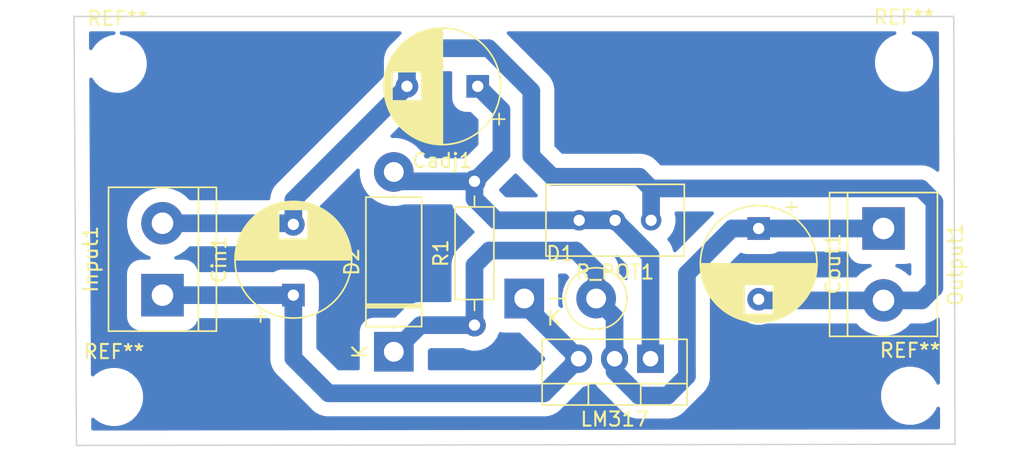
<source format=kicad_pcb>
(kicad_pcb (version 20171130) (host pcbnew "(5.1.9)-1")

  (general
    (thickness 1.6)
    (drawings 4)
    (tracks 55)
    (zones 0)
    (modules 14)
    (nets 5)
  )

  (page A4)
  (layers
    (0 F.Cu signal)
    (31 B.Cu signal)
    (32 B.Adhes user)
    (33 F.Adhes user)
    (34 B.Paste user)
    (35 F.Paste user)
    (36 B.SilkS user)
    (37 F.SilkS user)
    (38 B.Mask user)
    (39 F.Mask user)
    (40 Dwgs.User user)
    (41 Cmts.User user)
    (42 Eco1.User user)
    (43 Eco2.User user)
    (44 Edge.Cuts user)
    (45 Margin user)
    (46 B.CrtYd user)
    (47 F.CrtYd user)
    (48 B.Fab user)
    (49 F.Fab user)
  )

  (setup
    (last_trace_width 0.25)
    (user_trace_width 1.25)
    (trace_clearance 0.2)
    (zone_clearance 1)
    (zone_45_only no)
    (trace_min 0.2)
    (via_size 0.8)
    (via_drill 0.4)
    (via_min_size 0.4)
    (via_min_drill 0.3)
    (uvia_size 0.3)
    (uvia_drill 0.1)
    (uvias_allowed no)
    (uvia_min_size 0.2)
    (uvia_min_drill 0.1)
    (edge_width 0.05)
    (segment_width 0.2)
    (pcb_text_width 0.3)
    (pcb_text_size 1.5 1.5)
    (mod_edge_width 0.12)
    (mod_text_size 1 1)
    (mod_text_width 0.15)
    (pad_size 1.524 1.524)
    (pad_drill 0.762)
    (pad_to_mask_clearance 0)
    (aux_axis_origin 0 0)
    (visible_elements 7FFFFFFF)
    (pcbplotparams
      (layerselection 0x010fc_ffffffff)
      (usegerberextensions false)
      (usegerberattributes true)
      (usegerberadvancedattributes true)
      (creategerberjobfile true)
      (excludeedgelayer true)
      (linewidth 0.100000)
      (plotframeref false)
      (viasonmask false)
      (mode 1)
      (useauxorigin false)
      (hpglpennumber 1)
      (hpglpenspeed 20)
      (hpglpendiameter 15.000000)
      (psnegative false)
      (psa4output false)
      (plotreference true)
      (plotvalue true)
      (plotinvisibletext false)
      (padsonsilk false)
      (subtractmaskfromsilk false)
      (outputformat 1)
      (mirror false)
      (drillshape 1)
      (scaleselection 1)
      (outputdirectory ""))
  )

  (net 0 "")
  (net 1 "Net-(Cadj1-Pad1)")
  (net 2 GND)
  (net 3 "Net-(Cin1-Pad1)")
  (net 4 "Net-(Cout1-Pad1)")

  (net_class Default "This is the default net class."
    (clearance 0.2)
    (trace_width 0.25)
    (via_dia 0.8)
    (via_drill 0.4)
    (uvia_dia 0.3)
    (uvia_drill 0.1)
    (add_net GND)
    (add_net "Net-(Cadj1-Pad1)")
    (add_net "Net-(Cin1-Pad1)")
    (add_net "Net-(Cout1-Pad1)")
  )

  (module Capacitor_THT:CP_Radial_D8.0mm_P5.00mm (layer F.Cu) (tedit 5AE50EF0) (tstamp 60C23670)
    (at 114.23904 106.4006 270)
    (descr "CP, Radial series, Radial, pin pitch=5.00mm, , diameter=8mm, Electrolytic Capacitor")
    (tags "CP Radial series Radial pin pitch 5.00mm  diameter 8mm Electrolytic Capacitor")
    (path /60B7CB22)
    (fp_text reference Cout1 (at 2.5 -5.25 90) (layer F.SilkS)
      (effects (font (size 1 1) (thickness 0.15)))
    )
    (fp_text value 47uF (at 2.5 5.25 90) (layer F.Fab)
      (effects (font (size 1 1) (thickness 0.15)))
    )
    (fp_circle (center 2.5 0) (end 6.5 0) (layer F.Fab) (width 0.1))
    (fp_circle (center 2.5 0) (end 6.62 0) (layer F.SilkS) (width 0.12))
    (fp_circle (center 2.5 0) (end 6.75 0) (layer F.CrtYd) (width 0.05))
    (fp_line (start -0.926759 -1.7475) (end -0.126759 -1.7475) (layer F.Fab) (width 0.1))
    (fp_line (start -0.526759 -2.1475) (end -0.526759 -1.3475) (layer F.Fab) (width 0.1))
    (fp_line (start 2.5 -4.08) (end 2.5 4.08) (layer F.SilkS) (width 0.12))
    (fp_line (start 2.54 -4.08) (end 2.54 4.08) (layer F.SilkS) (width 0.12))
    (fp_line (start 2.58 -4.08) (end 2.58 4.08) (layer F.SilkS) (width 0.12))
    (fp_line (start 2.62 -4.079) (end 2.62 4.079) (layer F.SilkS) (width 0.12))
    (fp_line (start 2.66 -4.077) (end 2.66 4.077) (layer F.SilkS) (width 0.12))
    (fp_line (start 2.7 -4.076) (end 2.7 4.076) (layer F.SilkS) (width 0.12))
    (fp_line (start 2.74 -4.074) (end 2.74 4.074) (layer F.SilkS) (width 0.12))
    (fp_line (start 2.78 -4.071) (end 2.78 4.071) (layer F.SilkS) (width 0.12))
    (fp_line (start 2.82 -4.068) (end 2.82 4.068) (layer F.SilkS) (width 0.12))
    (fp_line (start 2.86 -4.065) (end 2.86 4.065) (layer F.SilkS) (width 0.12))
    (fp_line (start 2.9 -4.061) (end 2.9 4.061) (layer F.SilkS) (width 0.12))
    (fp_line (start 2.94 -4.057) (end 2.94 4.057) (layer F.SilkS) (width 0.12))
    (fp_line (start 2.98 -4.052) (end 2.98 4.052) (layer F.SilkS) (width 0.12))
    (fp_line (start 3.02 -4.048) (end 3.02 4.048) (layer F.SilkS) (width 0.12))
    (fp_line (start 3.06 -4.042) (end 3.06 4.042) (layer F.SilkS) (width 0.12))
    (fp_line (start 3.1 -4.037) (end 3.1 4.037) (layer F.SilkS) (width 0.12))
    (fp_line (start 3.14 -4.03) (end 3.14 4.03) (layer F.SilkS) (width 0.12))
    (fp_line (start 3.18 -4.024) (end 3.18 4.024) (layer F.SilkS) (width 0.12))
    (fp_line (start 3.221 -4.017) (end 3.221 4.017) (layer F.SilkS) (width 0.12))
    (fp_line (start 3.261 -4.01) (end 3.261 4.01) (layer F.SilkS) (width 0.12))
    (fp_line (start 3.301 -4.002) (end 3.301 4.002) (layer F.SilkS) (width 0.12))
    (fp_line (start 3.341 -3.994) (end 3.341 3.994) (layer F.SilkS) (width 0.12))
    (fp_line (start 3.381 -3.985) (end 3.381 3.985) (layer F.SilkS) (width 0.12))
    (fp_line (start 3.421 -3.976) (end 3.421 3.976) (layer F.SilkS) (width 0.12))
    (fp_line (start 3.461 -3.967) (end 3.461 3.967) (layer F.SilkS) (width 0.12))
    (fp_line (start 3.501 -3.957) (end 3.501 3.957) (layer F.SilkS) (width 0.12))
    (fp_line (start 3.541 -3.947) (end 3.541 3.947) (layer F.SilkS) (width 0.12))
    (fp_line (start 3.581 -3.936) (end 3.581 3.936) (layer F.SilkS) (width 0.12))
    (fp_line (start 3.621 -3.925) (end 3.621 3.925) (layer F.SilkS) (width 0.12))
    (fp_line (start 3.661 -3.914) (end 3.661 3.914) (layer F.SilkS) (width 0.12))
    (fp_line (start 3.701 -3.902) (end 3.701 3.902) (layer F.SilkS) (width 0.12))
    (fp_line (start 3.741 -3.889) (end 3.741 3.889) (layer F.SilkS) (width 0.12))
    (fp_line (start 3.781 -3.877) (end 3.781 3.877) (layer F.SilkS) (width 0.12))
    (fp_line (start 3.821 -3.863) (end 3.821 3.863) (layer F.SilkS) (width 0.12))
    (fp_line (start 3.861 -3.85) (end 3.861 3.85) (layer F.SilkS) (width 0.12))
    (fp_line (start 3.901 -3.835) (end 3.901 3.835) (layer F.SilkS) (width 0.12))
    (fp_line (start 3.941 -3.821) (end 3.941 3.821) (layer F.SilkS) (width 0.12))
    (fp_line (start 3.981 -3.805) (end 3.981 -1.04) (layer F.SilkS) (width 0.12))
    (fp_line (start 3.981 1.04) (end 3.981 3.805) (layer F.SilkS) (width 0.12))
    (fp_line (start 4.021 -3.79) (end 4.021 -1.04) (layer F.SilkS) (width 0.12))
    (fp_line (start 4.021 1.04) (end 4.021 3.79) (layer F.SilkS) (width 0.12))
    (fp_line (start 4.061 -3.774) (end 4.061 -1.04) (layer F.SilkS) (width 0.12))
    (fp_line (start 4.061 1.04) (end 4.061 3.774) (layer F.SilkS) (width 0.12))
    (fp_line (start 4.101 -3.757) (end 4.101 -1.04) (layer F.SilkS) (width 0.12))
    (fp_line (start 4.101 1.04) (end 4.101 3.757) (layer F.SilkS) (width 0.12))
    (fp_line (start 4.141 -3.74) (end 4.141 -1.04) (layer F.SilkS) (width 0.12))
    (fp_line (start 4.141 1.04) (end 4.141 3.74) (layer F.SilkS) (width 0.12))
    (fp_line (start 4.181 -3.722) (end 4.181 -1.04) (layer F.SilkS) (width 0.12))
    (fp_line (start 4.181 1.04) (end 4.181 3.722) (layer F.SilkS) (width 0.12))
    (fp_line (start 4.221 -3.704) (end 4.221 -1.04) (layer F.SilkS) (width 0.12))
    (fp_line (start 4.221 1.04) (end 4.221 3.704) (layer F.SilkS) (width 0.12))
    (fp_line (start 4.261 -3.686) (end 4.261 -1.04) (layer F.SilkS) (width 0.12))
    (fp_line (start 4.261 1.04) (end 4.261 3.686) (layer F.SilkS) (width 0.12))
    (fp_line (start 4.301 -3.666) (end 4.301 -1.04) (layer F.SilkS) (width 0.12))
    (fp_line (start 4.301 1.04) (end 4.301 3.666) (layer F.SilkS) (width 0.12))
    (fp_line (start 4.341 -3.647) (end 4.341 -1.04) (layer F.SilkS) (width 0.12))
    (fp_line (start 4.341 1.04) (end 4.341 3.647) (layer F.SilkS) (width 0.12))
    (fp_line (start 4.381 -3.627) (end 4.381 -1.04) (layer F.SilkS) (width 0.12))
    (fp_line (start 4.381 1.04) (end 4.381 3.627) (layer F.SilkS) (width 0.12))
    (fp_line (start 4.421 -3.606) (end 4.421 -1.04) (layer F.SilkS) (width 0.12))
    (fp_line (start 4.421 1.04) (end 4.421 3.606) (layer F.SilkS) (width 0.12))
    (fp_line (start 4.461 -3.584) (end 4.461 -1.04) (layer F.SilkS) (width 0.12))
    (fp_line (start 4.461 1.04) (end 4.461 3.584) (layer F.SilkS) (width 0.12))
    (fp_line (start 4.501 -3.562) (end 4.501 -1.04) (layer F.SilkS) (width 0.12))
    (fp_line (start 4.501 1.04) (end 4.501 3.562) (layer F.SilkS) (width 0.12))
    (fp_line (start 4.541 -3.54) (end 4.541 -1.04) (layer F.SilkS) (width 0.12))
    (fp_line (start 4.541 1.04) (end 4.541 3.54) (layer F.SilkS) (width 0.12))
    (fp_line (start 4.581 -3.517) (end 4.581 -1.04) (layer F.SilkS) (width 0.12))
    (fp_line (start 4.581 1.04) (end 4.581 3.517) (layer F.SilkS) (width 0.12))
    (fp_line (start 4.621 -3.493) (end 4.621 -1.04) (layer F.SilkS) (width 0.12))
    (fp_line (start 4.621 1.04) (end 4.621 3.493) (layer F.SilkS) (width 0.12))
    (fp_line (start 4.661 -3.469) (end 4.661 -1.04) (layer F.SilkS) (width 0.12))
    (fp_line (start 4.661 1.04) (end 4.661 3.469) (layer F.SilkS) (width 0.12))
    (fp_line (start 4.701 -3.444) (end 4.701 -1.04) (layer F.SilkS) (width 0.12))
    (fp_line (start 4.701 1.04) (end 4.701 3.444) (layer F.SilkS) (width 0.12))
    (fp_line (start 4.741 -3.418) (end 4.741 -1.04) (layer F.SilkS) (width 0.12))
    (fp_line (start 4.741 1.04) (end 4.741 3.418) (layer F.SilkS) (width 0.12))
    (fp_line (start 4.781 -3.392) (end 4.781 -1.04) (layer F.SilkS) (width 0.12))
    (fp_line (start 4.781 1.04) (end 4.781 3.392) (layer F.SilkS) (width 0.12))
    (fp_line (start 4.821 -3.365) (end 4.821 -1.04) (layer F.SilkS) (width 0.12))
    (fp_line (start 4.821 1.04) (end 4.821 3.365) (layer F.SilkS) (width 0.12))
    (fp_line (start 4.861 -3.338) (end 4.861 -1.04) (layer F.SilkS) (width 0.12))
    (fp_line (start 4.861 1.04) (end 4.861 3.338) (layer F.SilkS) (width 0.12))
    (fp_line (start 4.901 -3.309) (end 4.901 -1.04) (layer F.SilkS) (width 0.12))
    (fp_line (start 4.901 1.04) (end 4.901 3.309) (layer F.SilkS) (width 0.12))
    (fp_line (start 4.941 -3.28) (end 4.941 -1.04) (layer F.SilkS) (width 0.12))
    (fp_line (start 4.941 1.04) (end 4.941 3.28) (layer F.SilkS) (width 0.12))
    (fp_line (start 4.981 -3.25) (end 4.981 -1.04) (layer F.SilkS) (width 0.12))
    (fp_line (start 4.981 1.04) (end 4.981 3.25) (layer F.SilkS) (width 0.12))
    (fp_line (start 5.021 -3.22) (end 5.021 -1.04) (layer F.SilkS) (width 0.12))
    (fp_line (start 5.021 1.04) (end 5.021 3.22) (layer F.SilkS) (width 0.12))
    (fp_line (start 5.061 -3.189) (end 5.061 -1.04) (layer F.SilkS) (width 0.12))
    (fp_line (start 5.061 1.04) (end 5.061 3.189) (layer F.SilkS) (width 0.12))
    (fp_line (start 5.101 -3.156) (end 5.101 -1.04) (layer F.SilkS) (width 0.12))
    (fp_line (start 5.101 1.04) (end 5.101 3.156) (layer F.SilkS) (width 0.12))
    (fp_line (start 5.141 -3.124) (end 5.141 -1.04) (layer F.SilkS) (width 0.12))
    (fp_line (start 5.141 1.04) (end 5.141 3.124) (layer F.SilkS) (width 0.12))
    (fp_line (start 5.181 -3.09) (end 5.181 -1.04) (layer F.SilkS) (width 0.12))
    (fp_line (start 5.181 1.04) (end 5.181 3.09) (layer F.SilkS) (width 0.12))
    (fp_line (start 5.221 -3.055) (end 5.221 -1.04) (layer F.SilkS) (width 0.12))
    (fp_line (start 5.221 1.04) (end 5.221 3.055) (layer F.SilkS) (width 0.12))
    (fp_line (start 5.261 -3.019) (end 5.261 -1.04) (layer F.SilkS) (width 0.12))
    (fp_line (start 5.261 1.04) (end 5.261 3.019) (layer F.SilkS) (width 0.12))
    (fp_line (start 5.301 -2.983) (end 5.301 -1.04) (layer F.SilkS) (width 0.12))
    (fp_line (start 5.301 1.04) (end 5.301 2.983) (layer F.SilkS) (width 0.12))
    (fp_line (start 5.341 -2.945) (end 5.341 -1.04) (layer F.SilkS) (width 0.12))
    (fp_line (start 5.341 1.04) (end 5.341 2.945) (layer F.SilkS) (width 0.12))
    (fp_line (start 5.381 -2.907) (end 5.381 -1.04) (layer F.SilkS) (width 0.12))
    (fp_line (start 5.381 1.04) (end 5.381 2.907) (layer F.SilkS) (width 0.12))
    (fp_line (start 5.421 -2.867) (end 5.421 -1.04) (layer F.SilkS) (width 0.12))
    (fp_line (start 5.421 1.04) (end 5.421 2.867) (layer F.SilkS) (width 0.12))
    (fp_line (start 5.461 -2.826) (end 5.461 -1.04) (layer F.SilkS) (width 0.12))
    (fp_line (start 5.461 1.04) (end 5.461 2.826) (layer F.SilkS) (width 0.12))
    (fp_line (start 5.501 -2.784) (end 5.501 -1.04) (layer F.SilkS) (width 0.12))
    (fp_line (start 5.501 1.04) (end 5.501 2.784) (layer F.SilkS) (width 0.12))
    (fp_line (start 5.541 -2.741) (end 5.541 -1.04) (layer F.SilkS) (width 0.12))
    (fp_line (start 5.541 1.04) (end 5.541 2.741) (layer F.SilkS) (width 0.12))
    (fp_line (start 5.581 -2.697) (end 5.581 -1.04) (layer F.SilkS) (width 0.12))
    (fp_line (start 5.581 1.04) (end 5.581 2.697) (layer F.SilkS) (width 0.12))
    (fp_line (start 5.621 -2.651) (end 5.621 -1.04) (layer F.SilkS) (width 0.12))
    (fp_line (start 5.621 1.04) (end 5.621 2.651) (layer F.SilkS) (width 0.12))
    (fp_line (start 5.661 -2.604) (end 5.661 -1.04) (layer F.SilkS) (width 0.12))
    (fp_line (start 5.661 1.04) (end 5.661 2.604) (layer F.SilkS) (width 0.12))
    (fp_line (start 5.701 -2.556) (end 5.701 -1.04) (layer F.SilkS) (width 0.12))
    (fp_line (start 5.701 1.04) (end 5.701 2.556) (layer F.SilkS) (width 0.12))
    (fp_line (start 5.741 -2.505) (end 5.741 -1.04) (layer F.SilkS) (width 0.12))
    (fp_line (start 5.741 1.04) (end 5.741 2.505) (layer F.SilkS) (width 0.12))
    (fp_line (start 5.781 -2.454) (end 5.781 -1.04) (layer F.SilkS) (width 0.12))
    (fp_line (start 5.781 1.04) (end 5.781 2.454) (layer F.SilkS) (width 0.12))
    (fp_line (start 5.821 -2.4) (end 5.821 -1.04) (layer F.SilkS) (width 0.12))
    (fp_line (start 5.821 1.04) (end 5.821 2.4) (layer F.SilkS) (width 0.12))
    (fp_line (start 5.861 -2.345) (end 5.861 -1.04) (layer F.SilkS) (width 0.12))
    (fp_line (start 5.861 1.04) (end 5.861 2.345) (layer F.SilkS) (width 0.12))
    (fp_line (start 5.901 -2.287) (end 5.901 -1.04) (layer F.SilkS) (width 0.12))
    (fp_line (start 5.901 1.04) (end 5.901 2.287) (layer F.SilkS) (width 0.12))
    (fp_line (start 5.941 -2.228) (end 5.941 -1.04) (layer F.SilkS) (width 0.12))
    (fp_line (start 5.941 1.04) (end 5.941 2.228) (layer F.SilkS) (width 0.12))
    (fp_line (start 5.981 -2.166) (end 5.981 -1.04) (layer F.SilkS) (width 0.12))
    (fp_line (start 5.981 1.04) (end 5.981 2.166) (layer F.SilkS) (width 0.12))
    (fp_line (start 6.021 -2.102) (end 6.021 -1.04) (layer F.SilkS) (width 0.12))
    (fp_line (start 6.021 1.04) (end 6.021 2.102) (layer F.SilkS) (width 0.12))
    (fp_line (start 6.061 -2.034) (end 6.061 2.034) (layer F.SilkS) (width 0.12))
    (fp_line (start 6.101 -1.964) (end 6.101 1.964) (layer F.SilkS) (width 0.12))
    (fp_line (start 6.141 -1.89) (end 6.141 1.89) (layer F.SilkS) (width 0.12))
    (fp_line (start 6.181 -1.813) (end 6.181 1.813) (layer F.SilkS) (width 0.12))
    (fp_line (start 6.221 -1.731) (end 6.221 1.731) (layer F.SilkS) (width 0.12))
    (fp_line (start 6.261 -1.645) (end 6.261 1.645) (layer F.SilkS) (width 0.12))
    (fp_line (start 6.301 -1.552) (end 6.301 1.552) (layer F.SilkS) (width 0.12))
    (fp_line (start 6.341 -1.453) (end 6.341 1.453) (layer F.SilkS) (width 0.12))
    (fp_line (start 6.381 -1.346) (end 6.381 1.346) (layer F.SilkS) (width 0.12))
    (fp_line (start 6.421 -1.229) (end 6.421 1.229) (layer F.SilkS) (width 0.12))
    (fp_line (start 6.461 -1.098) (end 6.461 1.098) (layer F.SilkS) (width 0.12))
    (fp_line (start 6.501 -0.948) (end 6.501 0.948) (layer F.SilkS) (width 0.12))
    (fp_line (start 6.541 -0.768) (end 6.541 0.768) (layer F.SilkS) (width 0.12))
    (fp_line (start 6.581 -0.533) (end 6.581 0.533) (layer F.SilkS) (width 0.12))
    (fp_line (start -1.909698 -2.315) (end -1.109698 -2.315) (layer F.SilkS) (width 0.12))
    (fp_line (start -1.509698 -2.715) (end -1.509698 -1.915) (layer F.SilkS) (width 0.12))
    (fp_text user %R (at 2.5 0 90) (layer F.Fab)
      (effects (font (size 1 1) (thickness 0.15)))
    )
    (pad 1 thru_hole rect (at 0 0 270) (size 1.6 1.6) (drill 0.8) (layers *.Cu *.Mask)
      (net 4 "Net-(Cout1-Pad1)"))
    (pad 2 thru_hole circle (at 5 0 270) (size 1.6 1.6) (drill 0.8) (layers *.Cu *.Mask)
      (net 2 GND))
    (model ${KISYS3DMOD}/Capacitor_THT.3dshapes/CP_Radial_D8.0mm_P5.00mm.wrl
      (at (xyz 0 0 0))
      (scale (xyz 1 1 1))
      (rotate (xyz 0 0 0))
    )
  )

  (module TerminalBlock:TerminalBlock_bornier-2_P5.08mm (layer F.Cu) (tedit 59FF03AB) (tstamp 60C236E4)
    (at 123.05792 106.4006 270)
    (descr "simple 2-pin terminal block, pitch 5.08mm, revamped version of bornier2")
    (tags "terminal block bornier2")
    (path /60B813FD)
    (fp_text reference Output1 (at 2.54 -5.08 90) (layer F.SilkS)
      (effects (font (size 1 1) (thickness 0.15)))
    )
    (fp_text value Screw_Terminal_01x02 (at 2.54 5.08 90) (layer F.Fab)
      (effects (font (size 1 1) (thickness 0.15)))
    )
    (fp_line (start 7.79 4) (end -2.71 4) (layer F.CrtYd) (width 0.05))
    (fp_line (start 7.79 4) (end 7.79 -4) (layer F.CrtYd) (width 0.05))
    (fp_line (start -2.71 -4) (end -2.71 4) (layer F.CrtYd) (width 0.05))
    (fp_line (start -2.71 -4) (end 7.79 -4) (layer F.CrtYd) (width 0.05))
    (fp_line (start -2.54 3.81) (end 7.62 3.81) (layer F.SilkS) (width 0.12))
    (fp_line (start -2.54 -3.81) (end -2.54 3.81) (layer F.SilkS) (width 0.12))
    (fp_line (start 7.62 -3.81) (end -2.54 -3.81) (layer F.SilkS) (width 0.12))
    (fp_line (start 7.62 3.81) (end 7.62 -3.81) (layer F.SilkS) (width 0.12))
    (fp_line (start 7.62 2.54) (end -2.54 2.54) (layer F.SilkS) (width 0.12))
    (fp_line (start 7.54 -3.75) (end -2.46 -3.75) (layer F.Fab) (width 0.1))
    (fp_line (start 7.54 3.75) (end 7.54 -3.75) (layer F.Fab) (width 0.1))
    (fp_line (start -2.46 3.75) (end 7.54 3.75) (layer F.Fab) (width 0.1))
    (fp_line (start -2.46 -3.75) (end -2.46 3.75) (layer F.Fab) (width 0.1))
    (fp_line (start -2.41 2.55) (end 7.49 2.55) (layer F.Fab) (width 0.1))
    (fp_text user %R (at 2.54 0 90) (layer F.Fab)
      (effects (font (size 1 1) (thickness 0.15)))
    )
    (pad 2 thru_hole circle (at 5.08 0 270) (size 3 3) (drill 1.52) (layers *.Cu *.Mask)
      (net 2 GND))
    (pad 1 thru_hole rect (at 0 0 270) (size 3 3) (drill 1.52) (layers *.Cu *.Mask)
      (net 4 "Net-(Cout1-Pad1)"))
    (model ${KISYS3DMOD}/TerminalBlock.3dshapes/TerminalBlock_bornier-2_P5.08mm.wrl
      (offset (xyz 2.539999961853027 0 0))
      (scale (xyz 1 1 1))
      (rotate (xyz 0 0 0))
    )
  )

  (module MountingHole:MountingHole_2.1mm (layer F.Cu) (tedit 5B924765) (tstamp 60C271E7)
    (at 68.95592 94.76232)
    (descr "Mounting Hole 2.1mm, no annular")
    (tags "mounting hole 2.1mm no annular")
    (attr virtual)
    (fp_text reference REF** (at 0 -3.2) (layer F.SilkS)
      (effects (font (size 1 1) (thickness 0.15)))
    )
    (fp_text value MountingHole_2.1mm (at 0 3.2) (layer F.Fab)
      (effects (font (size 1 1) (thickness 0.15)))
    )
    (fp_circle (center 0 0) (end 2.35 0) (layer F.CrtYd) (width 0.05))
    (fp_circle (center 0 0) (end 2.1 0) (layer Cmts.User) (width 0.15))
    (fp_text user %R (at 0.3 0) (layer F.Fab)
      (effects (font (size 1 1) (thickness 0.15)))
    )
    (pad "" np_thru_hole circle (at 0 0) (size 2.1 2.1) (drill 2.1) (layers *.Cu *.Mask))
  )

  (module MountingHole:MountingHole_2.1mm (layer F.Cu) (tedit 5B924765) (tstamp 60C271F7)
    (at 68.69684 118.30304)
    (descr "Mounting Hole 2.1mm, no annular")
    (tags "mounting hole 2.1mm no annular")
    (attr virtual)
    (fp_text reference REF** (at 0 -3.2) (layer F.SilkS)
      (effects (font (size 1 1) (thickness 0.15)))
    )
    (fp_text value MountingHole_2.1mm (at 0 3.2) (layer F.Fab)
      (effects (font (size 1 1) (thickness 0.15)))
    )
    (fp_circle (center 0 0) (end 2.35 0) (layer F.CrtYd) (width 0.05))
    (fp_circle (center 0 0) (end 2.1 0) (layer Cmts.User) (width 0.15))
    (fp_text user %R (at 0.3 0) (layer F.Fab)
      (effects (font (size 1 1) (thickness 0.15)))
    )
    (pad "" np_thru_hole circle (at 0 0) (size 2.1 2.1) (drill 2.1) (layers *.Cu *.Mask))
  )

  (module MountingHole:MountingHole_2.1mm (layer F.Cu) (tedit 5B924765) (tstamp 60C27190)
    (at 124.93752 118.21668)
    (descr "Mounting Hole 2.1mm, no annular")
    (tags "mounting hole 2.1mm no annular")
    (attr virtual)
    (fp_text reference REF** (at 0 -3.2) (layer F.SilkS)
      (effects (font (size 1 1) (thickness 0.15)))
    )
    (fp_text value MountingHole_2.1mm (at 0 3.2) (layer F.Fab)
      (effects (font (size 1 1) (thickness 0.15)))
    )
    (fp_circle (center 0 0) (end 2.35 0) (layer F.CrtYd) (width 0.05))
    (fp_circle (center 0 0) (end 2.1 0) (layer Cmts.User) (width 0.15))
    (fp_text user %R (at 0.3 0) (layer F.Fab)
      (effects (font (size 1 1) (thickness 0.15)))
    )
    (pad "" np_thru_hole circle (at 0 0) (size 2.1 2.1) (drill 2.1) (layers *.Cu *.Mask))
  )

  (module MountingHole:MountingHole_2.1mm (layer F.Cu) (tedit 5B924765) (tstamp 60C2714C)
    (at 124.5108 94.67596)
    (descr "Mounting Hole 2.1mm, no annular")
    (tags "mounting hole 2.1mm no annular")
    (attr virtual)
    (fp_text reference REF** (at 0 -3.2) (layer F.SilkS)
      (effects (font (size 1 1) (thickness 0.15)))
    )
    (fp_text value MountingHole_2.1mm (at 0 3.2) (layer F.Fab)
      (effects (font (size 1 1) (thickness 0.15)))
    )
    (fp_circle (center 0 0) (end 2.35 0) (layer F.CrtYd) (width 0.05))
    (fp_circle (center 0 0) (end 2.1 0) (layer Cmts.User) (width 0.15))
    (fp_text user %R (at 0.3 0) (layer F.Fab)
      (effects (font (size 1 1) (thickness 0.15)))
    )
    (pad "" np_thru_hole circle (at 0 0) (size 2.1 2.1) (drill 2.1) (layers *.Cu *.Mask))
  )

  (module Diode_THT:D_5W_P5.08mm_Vertical_KathodeUp (layer F.Cu) (tedit 5AE50CD5) (tstamp 60C23681)
    (at 97.67824 111.34852)
    (descr "Diode, 5W series, Axial, Vertical, pin pitch=5.08mm, , length*diameter=8.9*3.7mm^2, , http://www.diodes.com/_files/packages/8686949.gif")
    (tags "Diode 5W series Axial Vertical pin pitch 5.08mm  length 8.9mm diameter 3.7mm")
    (path /60B7D376)
    (fp_text reference D1 (at 2.54 -3.174899) (layer F.SilkS)
      (effects (font (size 1 1) (thickness 0.15)))
    )
    (fp_text value 1N4007 (at 2.54 3.174899) (layer F.Fab)
      (effects (font (size 1 1) (thickness 0.15)))
    )
    (fp_circle (center 5.08 0) (end 6.93 0) (layer F.Fab) (width 0.1))
    (fp_circle (center 5.08 0) (end 7.254899 0) (layer F.SilkS) (width 0.12))
    (fp_line (start 0 0) (end 5.08 0) (layer F.Fab) (width 0.1))
    (fp_line (start 2.905101 0) (end 1.7 0) (layer F.SilkS) (width 0.12))
    (fp_line (start -1.65 -2.1) (end -1.65 2.1) (layer F.CrtYd) (width 0.05))
    (fp_line (start -1.65 2.1) (end 7.18 2.1) (layer F.CrtYd) (width 0.05))
    (fp_line (start 7.18 2.1) (end 7.18 -2.1) (layer F.CrtYd) (width 0.05))
    (fp_line (start 7.18 -2.1) (end -1.65 -2.1) (layer F.CrtYd) (width 0.05))
    (fp_text user %R (at 2.54 -3.174899) (layer F.Fab)
      (effects (font (size 1 1) (thickness 0.15)))
    )
    (fp_text user K (at 2.1 1.4) (layer F.Fab)
      (effects (font (size 1 1) (thickness 0.15)))
    )
    (fp_text user K (at 2.1 1.4) (layer F.SilkS)
      (effects (font (size 1 1) (thickness 0.15)))
    )
    (pad 1 thru_hole rect (at 0 0) (size 2.8 2.8) (drill 1.4) (layers *.Cu *.Mask)
      (net 3 "Net-(Cin1-Pad1)"))
    (pad 2 thru_hole oval (at 5.08 0) (size 2.8 2.8) (drill 1.4) (layers *.Cu *.Mask)
      (net 4 "Net-(Cout1-Pad1)"))
    (model ${KISYS3DMOD}/Diode_THT.3dshapes/D_5W_P5.08mm_Vertical_KathodeUp.wrl
      (at (xyz 0 0 0))
      (scale (xyz 1 1 1))
      (rotate (xyz 0 0 0))
    )
  )

  (module Capacitor_THT:CP_Radial_D8.0mm_P5.00mm (layer F.Cu) (tedit 5AE50EF0) (tstamp 60C25E73)
    (at 94.39148 96.35744 180)
    (descr "CP, Radial series, Radial, pin pitch=5.00mm, , diameter=8mm, Electrolytic Capacitor")
    (tags "CP Radial series Radial pin pitch 5.00mm  diameter 8mm Electrolytic Capacitor")
    (path /60B7C892)
    (fp_text reference Cadj1 (at 2.5 -5.25) (layer F.SilkS)
      (effects (font (size 1 1) (thickness 0.15)))
    )
    (fp_text value 47uF (at 2.5 5.25) (layer F.Fab)
      (effects (font (size 1 1) (thickness 0.15)))
    )
    (fp_circle (center 2.5 0) (end 6.5 0) (layer F.Fab) (width 0.1))
    (fp_circle (center 2.5 0) (end 6.62 0) (layer F.SilkS) (width 0.12))
    (fp_circle (center 2.5 0) (end 6.75 0) (layer F.CrtYd) (width 0.05))
    (fp_line (start -0.926759 -1.7475) (end -0.126759 -1.7475) (layer F.Fab) (width 0.1))
    (fp_line (start -0.526759 -2.1475) (end -0.526759 -1.3475) (layer F.Fab) (width 0.1))
    (fp_line (start 2.5 -4.08) (end 2.5 4.08) (layer F.SilkS) (width 0.12))
    (fp_line (start 2.54 -4.08) (end 2.54 4.08) (layer F.SilkS) (width 0.12))
    (fp_line (start 2.58 -4.08) (end 2.58 4.08) (layer F.SilkS) (width 0.12))
    (fp_line (start 2.62 -4.079) (end 2.62 4.079) (layer F.SilkS) (width 0.12))
    (fp_line (start 2.66 -4.077) (end 2.66 4.077) (layer F.SilkS) (width 0.12))
    (fp_line (start 2.7 -4.076) (end 2.7 4.076) (layer F.SilkS) (width 0.12))
    (fp_line (start 2.74 -4.074) (end 2.74 4.074) (layer F.SilkS) (width 0.12))
    (fp_line (start 2.78 -4.071) (end 2.78 4.071) (layer F.SilkS) (width 0.12))
    (fp_line (start 2.82 -4.068) (end 2.82 4.068) (layer F.SilkS) (width 0.12))
    (fp_line (start 2.86 -4.065) (end 2.86 4.065) (layer F.SilkS) (width 0.12))
    (fp_line (start 2.9 -4.061) (end 2.9 4.061) (layer F.SilkS) (width 0.12))
    (fp_line (start 2.94 -4.057) (end 2.94 4.057) (layer F.SilkS) (width 0.12))
    (fp_line (start 2.98 -4.052) (end 2.98 4.052) (layer F.SilkS) (width 0.12))
    (fp_line (start 3.02 -4.048) (end 3.02 4.048) (layer F.SilkS) (width 0.12))
    (fp_line (start 3.06 -4.042) (end 3.06 4.042) (layer F.SilkS) (width 0.12))
    (fp_line (start 3.1 -4.037) (end 3.1 4.037) (layer F.SilkS) (width 0.12))
    (fp_line (start 3.14 -4.03) (end 3.14 4.03) (layer F.SilkS) (width 0.12))
    (fp_line (start 3.18 -4.024) (end 3.18 4.024) (layer F.SilkS) (width 0.12))
    (fp_line (start 3.221 -4.017) (end 3.221 4.017) (layer F.SilkS) (width 0.12))
    (fp_line (start 3.261 -4.01) (end 3.261 4.01) (layer F.SilkS) (width 0.12))
    (fp_line (start 3.301 -4.002) (end 3.301 4.002) (layer F.SilkS) (width 0.12))
    (fp_line (start 3.341 -3.994) (end 3.341 3.994) (layer F.SilkS) (width 0.12))
    (fp_line (start 3.381 -3.985) (end 3.381 3.985) (layer F.SilkS) (width 0.12))
    (fp_line (start 3.421 -3.976) (end 3.421 3.976) (layer F.SilkS) (width 0.12))
    (fp_line (start 3.461 -3.967) (end 3.461 3.967) (layer F.SilkS) (width 0.12))
    (fp_line (start 3.501 -3.957) (end 3.501 3.957) (layer F.SilkS) (width 0.12))
    (fp_line (start 3.541 -3.947) (end 3.541 3.947) (layer F.SilkS) (width 0.12))
    (fp_line (start 3.581 -3.936) (end 3.581 3.936) (layer F.SilkS) (width 0.12))
    (fp_line (start 3.621 -3.925) (end 3.621 3.925) (layer F.SilkS) (width 0.12))
    (fp_line (start 3.661 -3.914) (end 3.661 3.914) (layer F.SilkS) (width 0.12))
    (fp_line (start 3.701 -3.902) (end 3.701 3.902) (layer F.SilkS) (width 0.12))
    (fp_line (start 3.741 -3.889) (end 3.741 3.889) (layer F.SilkS) (width 0.12))
    (fp_line (start 3.781 -3.877) (end 3.781 3.877) (layer F.SilkS) (width 0.12))
    (fp_line (start 3.821 -3.863) (end 3.821 3.863) (layer F.SilkS) (width 0.12))
    (fp_line (start 3.861 -3.85) (end 3.861 3.85) (layer F.SilkS) (width 0.12))
    (fp_line (start 3.901 -3.835) (end 3.901 3.835) (layer F.SilkS) (width 0.12))
    (fp_line (start 3.941 -3.821) (end 3.941 3.821) (layer F.SilkS) (width 0.12))
    (fp_line (start 3.981 -3.805) (end 3.981 -1.04) (layer F.SilkS) (width 0.12))
    (fp_line (start 3.981 1.04) (end 3.981 3.805) (layer F.SilkS) (width 0.12))
    (fp_line (start 4.021 -3.79) (end 4.021 -1.04) (layer F.SilkS) (width 0.12))
    (fp_line (start 4.021 1.04) (end 4.021 3.79) (layer F.SilkS) (width 0.12))
    (fp_line (start 4.061 -3.774) (end 4.061 -1.04) (layer F.SilkS) (width 0.12))
    (fp_line (start 4.061 1.04) (end 4.061 3.774) (layer F.SilkS) (width 0.12))
    (fp_line (start 4.101 -3.757) (end 4.101 -1.04) (layer F.SilkS) (width 0.12))
    (fp_line (start 4.101 1.04) (end 4.101 3.757) (layer F.SilkS) (width 0.12))
    (fp_line (start 4.141 -3.74) (end 4.141 -1.04) (layer F.SilkS) (width 0.12))
    (fp_line (start 4.141 1.04) (end 4.141 3.74) (layer F.SilkS) (width 0.12))
    (fp_line (start 4.181 -3.722) (end 4.181 -1.04) (layer F.SilkS) (width 0.12))
    (fp_line (start 4.181 1.04) (end 4.181 3.722) (layer F.SilkS) (width 0.12))
    (fp_line (start 4.221 -3.704) (end 4.221 -1.04) (layer F.SilkS) (width 0.12))
    (fp_line (start 4.221 1.04) (end 4.221 3.704) (layer F.SilkS) (width 0.12))
    (fp_line (start 4.261 -3.686) (end 4.261 -1.04) (layer F.SilkS) (width 0.12))
    (fp_line (start 4.261 1.04) (end 4.261 3.686) (layer F.SilkS) (width 0.12))
    (fp_line (start 4.301 -3.666) (end 4.301 -1.04) (layer F.SilkS) (width 0.12))
    (fp_line (start 4.301 1.04) (end 4.301 3.666) (layer F.SilkS) (width 0.12))
    (fp_line (start 4.341 -3.647) (end 4.341 -1.04) (layer F.SilkS) (width 0.12))
    (fp_line (start 4.341 1.04) (end 4.341 3.647) (layer F.SilkS) (width 0.12))
    (fp_line (start 4.381 -3.627) (end 4.381 -1.04) (layer F.SilkS) (width 0.12))
    (fp_line (start 4.381 1.04) (end 4.381 3.627) (layer F.SilkS) (width 0.12))
    (fp_line (start 4.421 -3.606) (end 4.421 -1.04) (layer F.SilkS) (width 0.12))
    (fp_line (start 4.421 1.04) (end 4.421 3.606) (layer F.SilkS) (width 0.12))
    (fp_line (start 4.461 -3.584) (end 4.461 -1.04) (layer F.SilkS) (width 0.12))
    (fp_line (start 4.461 1.04) (end 4.461 3.584) (layer F.SilkS) (width 0.12))
    (fp_line (start 4.501 -3.562) (end 4.501 -1.04) (layer F.SilkS) (width 0.12))
    (fp_line (start 4.501 1.04) (end 4.501 3.562) (layer F.SilkS) (width 0.12))
    (fp_line (start 4.541 -3.54) (end 4.541 -1.04) (layer F.SilkS) (width 0.12))
    (fp_line (start 4.541 1.04) (end 4.541 3.54) (layer F.SilkS) (width 0.12))
    (fp_line (start 4.581 -3.517) (end 4.581 -1.04) (layer F.SilkS) (width 0.12))
    (fp_line (start 4.581 1.04) (end 4.581 3.517) (layer F.SilkS) (width 0.12))
    (fp_line (start 4.621 -3.493) (end 4.621 -1.04) (layer F.SilkS) (width 0.12))
    (fp_line (start 4.621 1.04) (end 4.621 3.493) (layer F.SilkS) (width 0.12))
    (fp_line (start 4.661 -3.469) (end 4.661 -1.04) (layer F.SilkS) (width 0.12))
    (fp_line (start 4.661 1.04) (end 4.661 3.469) (layer F.SilkS) (width 0.12))
    (fp_line (start 4.701 -3.444) (end 4.701 -1.04) (layer F.SilkS) (width 0.12))
    (fp_line (start 4.701 1.04) (end 4.701 3.444) (layer F.SilkS) (width 0.12))
    (fp_line (start 4.741 -3.418) (end 4.741 -1.04) (layer F.SilkS) (width 0.12))
    (fp_line (start 4.741 1.04) (end 4.741 3.418) (layer F.SilkS) (width 0.12))
    (fp_line (start 4.781 -3.392) (end 4.781 -1.04) (layer F.SilkS) (width 0.12))
    (fp_line (start 4.781 1.04) (end 4.781 3.392) (layer F.SilkS) (width 0.12))
    (fp_line (start 4.821 -3.365) (end 4.821 -1.04) (layer F.SilkS) (width 0.12))
    (fp_line (start 4.821 1.04) (end 4.821 3.365) (layer F.SilkS) (width 0.12))
    (fp_line (start 4.861 -3.338) (end 4.861 -1.04) (layer F.SilkS) (width 0.12))
    (fp_line (start 4.861 1.04) (end 4.861 3.338) (layer F.SilkS) (width 0.12))
    (fp_line (start 4.901 -3.309) (end 4.901 -1.04) (layer F.SilkS) (width 0.12))
    (fp_line (start 4.901 1.04) (end 4.901 3.309) (layer F.SilkS) (width 0.12))
    (fp_line (start 4.941 -3.28) (end 4.941 -1.04) (layer F.SilkS) (width 0.12))
    (fp_line (start 4.941 1.04) (end 4.941 3.28) (layer F.SilkS) (width 0.12))
    (fp_line (start 4.981 -3.25) (end 4.981 -1.04) (layer F.SilkS) (width 0.12))
    (fp_line (start 4.981 1.04) (end 4.981 3.25) (layer F.SilkS) (width 0.12))
    (fp_line (start 5.021 -3.22) (end 5.021 -1.04) (layer F.SilkS) (width 0.12))
    (fp_line (start 5.021 1.04) (end 5.021 3.22) (layer F.SilkS) (width 0.12))
    (fp_line (start 5.061 -3.189) (end 5.061 -1.04) (layer F.SilkS) (width 0.12))
    (fp_line (start 5.061 1.04) (end 5.061 3.189) (layer F.SilkS) (width 0.12))
    (fp_line (start 5.101 -3.156) (end 5.101 -1.04) (layer F.SilkS) (width 0.12))
    (fp_line (start 5.101 1.04) (end 5.101 3.156) (layer F.SilkS) (width 0.12))
    (fp_line (start 5.141 -3.124) (end 5.141 -1.04) (layer F.SilkS) (width 0.12))
    (fp_line (start 5.141 1.04) (end 5.141 3.124) (layer F.SilkS) (width 0.12))
    (fp_line (start 5.181 -3.09) (end 5.181 -1.04) (layer F.SilkS) (width 0.12))
    (fp_line (start 5.181 1.04) (end 5.181 3.09) (layer F.SilkS) (width 0.12))
    (fp_line (start 5.221 -3.055) (end 5.221 -1.04) (layer F.SilkS) (width 0.12))
    (fp_line (start 5.221 1.04) (end 5.221 3.055) (layer F.SilkS) (width 0.12))
    (fp_line (start 5.261 -3.019) (end 5.261 -1.04) (layer F.SilkS) (width 0.12))
    (fp_line (start 5.261 1.04) (end 5.261 3.019) (layer F.SilkS) (width 0.12))
    (fp_line (start 5.301 -2.983) (end 5.301 -1.04) (layer F.SilkS) (width 0.12))
    (fp_line (start 5.301 1.04) (end 5.301 2.983) (layer F.SilkS) (width 0.12))
    (fp_line (start 5.341 -2.945) (end 5.341 -1.04) (layer F.SilkS) (width 0.12))
    (fp_line (start 5.341 1.04) (end 5.341 2.945) (layer F.SilkS) (width 0.12))
    (fp_line (start 5.381 -2.907) (end 5.381 -1.04) (layer F.SilkS) (width 0.12))
    (fp_line (start 5.381 1.04) (end 5.381 2.907) (layer F.SilkS) (width 0.12))
    (fp_line (start 5.421 -2.867) (end 5.421 -1.04) (layer F.SilkS) (width 0.12))
    (fp_line (start 5.421 1.04) (end 5.421 2.867) (layer F.SilkS) (width 0.12))
    (fp_line (start 5.461 -2.826) (end 5.461 -1.04) (layer F.SilkS) (width 0.12))
    (fp_line (start 5.461 1.04) (end 5.461 2.826) (layer F.SilkS) (width 0.12))
    (fp_line (start 5.501 -2.784) (end 5.501 -1.04) (layer F.SilkS) (width 0.12))
    (fp_line (start 5.501 1.04) (end 5.501 2.784) (layer F.SilkS) (width 0.12))
    (fp_line (start 5.541 -2.741) (end 5.541 -1.04) (layer F.SilkS) (width 0.12))
    (fp_line (start 5.541 1.04) (end 5.541 2.741) (layer F.SilkS) (width 0.12))
    (fp_line (start 5.581 -2.697) (end 5.581 -1.04) (layer F.SilkS) (width 0.12))
    (fp_line (start 5.581 1.04) (end 5.581 2.697) (layer F.SilkS) (width 0.12))
    (fp_line (start 5.621 -2.651) (end 5.621 -1.04) (layer F.SilkS) (width 0.12))
    (fp_line (start 5.621 1.04) (end 5.621 2.651) (layer F.SilkS) (width 0.12))
    (fp_line (start 5.661 -2.604) (end 5.661 -1.04) (layer F.SilkS) (width 0.12))
    (fp_line (start 5.661 1.04) (end 5.661 2.604) (layer F.SilkS) (width 0.12))
    (fp_line (start 5.701 -2.556) (end 5.701 -1.04) (layer F.SilkS) (width 0.12))
    (fp_line (start 5.701 1.04) (end 5.701 2.556) (layer F.SilkS) (width 0.12))
    (fp_line (start 5.741 -2.505) (end 5.741 -1.04) (layer F.SilkS) (width 0.12))
    (fp_line (start 5.741 1.04) (end 5.741 2.505) (layer F.SilkS) (width 0.12))
    (fp_line (start 5.781 -2.454) (end 5.781 -1.04) (layer F.SilkS) (width 0.12))
    (fp_line (start 5.781 1.04) (end 5.781 2.454) (layer F.SilkS) (width 0.12))
    (fp_line (start 5.821 -2.4) (end 5.821 -1.04) (layer F.SilkS) (width 0.12))
    (fp_line (start 5.821 1.04) (end 5.821 2.4) (layer F.SilkS) (width 0.12))
    (fp_line (start 5.861 -2.345) (end 5.861 -1.04) (layer F.SilkS) (width 0.12))
    (fp_line (start 5.861 1.04) (end 5.861 2.345) (layer F.SilkS) (width 0.12))
    (fp_line (start 5.901 -2.287) (end 5.901 -1.04) (layer F.SilkS) (width 0.12))
    (fp_line (start 5.901 1.04) (end 5.901 2.287) (layer F.SilkS) (width 0.12))
    (fp_line (start 5.941 -2.228) (end 5.941 -1.04) (layer F.SilkS) (width 0.12))
    (fp_line (start 5.941 1.04) (end 5.941 2.228) (layer F.SilkS) (width 0.12))
    (fp_line (start 5.981 -2.166) (end 5.981 -1.04) (layer F.SilkS) (width 0.12))
    (fp_line (start 5.981 1.04) (end 5.981 2.166) (layer F.SilkS) (width 0.12))
    (fp_line (start 6.021 -2.102) (end 6.021 -1.04) (layer F.SilkS) (width 0.12))
    (fp_line (start 6.021 1.04) (end 6.021 2.102) (layer F.SilkS) (width 0.12))
    (fp_line (start 6.061 -2.034) (end 6.061 2.034) (layer F.SilkS) (width 0.12))
    (fp_line (start 6.101 -1.964) (end 6.101 1.964) (layer F.SilkS) (width 0.12))
    (fp_line (start 6.141 -1.89) (end 6.141 1.89) (layer F.SilkS) (width 0.12))
    (fp_line (start 6.181 -1.813) (end 6.181 1.813) (layer F.SilkS) (width 0.12))
    (fp_line (start 6.221 -1.731) (end 6.221 1.731) (layer F.SilkS) (width 0.12))
    (fp_line (start 6.261 -1.645) (end 6.261 1.645) (layer F.SilkS) (width 0.12))
    (fp_line (start 6.301 -1.552) (end 6.301 1.552) (layer F.SilkS) (width 0.12))
    (fp_line (start 6.341 -1.453) (end 6.341 1.453) (layer F.SilkS) (width 0.12))
    (fp_line (start 6.381 -1.346) (end 6.381 1.346) (layer F.SilkS) (width 0.12))
    (fp_line (start 6.421 -1.229) (end 6.421 1.229) (layer F.SilkS) (width 0.12))
    (fp_line (start 6.461 -1.098) (end 6.461 1.098) (layer F.SilkS) (width 0.12))
    (fp_line (start 6.501 -0.948) (end 6.501 0.948) (layer F.SilkS) (width 0.12))
    (fp_line (start 6.541 -0.768) (end 6.541 0.768) (layer F.SilkS) (width 0.12))
    (fp_line (start 6.581 -0.533) (end 6.581 0.533) (layer F.SilkS) (width 0.12))
    (fp_line (start -1.909698 -2.315) (end -1.109698 -2.315) (layer F.SilkS) (width 0.12))
    (fp_line (start -1.509698 -2.715) (end -1.509698 -1.915) (layer F.SilkS) (width 0.12))
    (fp_text user %R (at 2.5 0) (layer F.Fab)
      (effects (font (size 1 1) (thickness 0.15)))
    )
    (pad 1 thru_hole rect (at 0 0 180) (size 1.6 1.6) (drill 0.8) (layers *.Cu *.Mask)
      (net 1 "Net-(Cadj1-Pad1)"))
    (pad 2 thru_hole circle (at 5 0 180) (size 1.6 1.6) (drill 0.8) (layers *.Cu *.Mask)
      (net 2 GND))
    (model ${KISYS3DMOD}/Capacitor_THT.3dshapes/CP_Radial_D8.0mm_P5.00mm.wrl
      (at (xyz 0 0 0))
      (scale (xyz 1 1 1))
      (rotate (xyz 0 0 0))
    )
  )

  (module Capacitor_THT:CP_Radial_D8.0mm_P5.00mm (layer F.Cu) (tedit 5AE50EF0) (tstamp 60C235C7)
    (at 81.36636 111.10976 90)
    (descr "CP, Radial series, Radial, pin pitch=5.00mm, , diameter=8mm, Electrolytic Capacitor")
    (tags "CP Radial series Radial pin pitch 5.00mm  diameter 8mm Electrolytic Capacitor")
    (path /60B7CE3F)
    (fp_text reference Cin1 (at 2.5 -5.25 90) (layer F.SilkS)
      (effects (font (size 1 1) (thickness 0.15)))
    )
    (fp_text value 100uF (at 2.5 5.25 90) (layer F.Fab)
      (effects (font (size 1 1) (thickness 0.15)))
    )
    (fp_line (start -1.509698 -2.715) (end -1.509698 -1.915) (layer F.SilkS) (width 0.12))
    (fp_line (start -1.909698 -2.315) (end -1.109698 -2.315) (layer F.SilkS) (width 0.12))
    (fp_line (start 6.581 -0.533) (end 6.581 0.533) (layer F.SilkS) (width 0.12))
    (fp_line (start 6.541 -0.768) (end 6.541 0.768) (layer F.SilkS) (width 0.12))
    (fp_line (start 6.501 -0.948) (end 6.501 0.948) (layer F.SilkS) (width 0.12))
    (fp_line (start 6.461 -1.098) (end 6.461 1.098) (layer F.SilkS) (width 0.12))
    (fp_line (start 6.421 -1.229) (end 6.421 1.229) (layer F.SilkS) (width 0.12))
    (fp_line (start 6.381 -1.346) (end 6.381 1.346) (layer F.SilkS) (width 0.12))
    (fp_line (start 6.341 -1.453) (end 6.341 1.453) (layer F.SilkS) (width 0.12))
    (fp_line (start 6.301 -1.552) (end 6.301 1.552) (layer F.SilkS) (width 0.12))
    (fp_line (start 6.261 -1.645) (end 6.261 1.645) (layer F.SilkS) (width 0.12))
    (fp_line (start 6.221 -1.731) (end 6.221 1.731) (layer F.SilkS) (width 0.12))
    (fp_line (start 6.181 -1.813) (end 6.181 1.813) (layer F.SilkS) (width 0.12))
    (fp_line (start 6.141 -1.89) (end 6.141 1.89) (layer F.SilkS) (width 0.12))
    (fp_line (start 6.101 -1.964) (end 6.101 1.964) (layer F.SilkS) (width 0.12))
    (fp_line (start 6.061 -2.034) (end 6.061 2.034) (layer F.SilkS) (width 0.12))
    (fp_line (start 6.021 1.04) (end 6.021 2.102) (layer F.SilkS) (width 0.12))
    (fp_line (start 6.021 -2.102) (end 6.021 -1.04) (layer F.SilkS) (width 0.12))
    (fp_line (start 5.981 1.04) (end 5.981 2.166) (layer F.SilkS) (width 0.12))
    (fp_line (start 5.981 -2.166) (end 5.981 -1.04) (layer F.SilkS) (width 0.12))
    (fp_line (start 5.941 1.04) (end 5.941 2.228) (layer F.SilkS) (width 0.12))
    (fp_line (start 5.941 -2.228) (end 5.941 -1.04) (layer F.SilkS) (width 0.12))
    (fp_line (start 5.901 1.04) (end 5.901 2.287) (layer F.SilkS) (width 0.12))
    (fp_line (start 5.901 -2.287) (end 5.901 -1.04) (layer F.SilkS) (width 0.12))
    (fp_line (start 5.861 1.04) (end 5.861 2.345) (layer F.SilkS) (width 0.12))
    (fp_line (start 5.861 -2.345) (end 5.861 -1.04) (layer F.SilkS) (width 0.12))
    (fp_line (start 5.821 1.04) (end 5.821 2.4) (layer F.SilkS) (width 0.12))
    (fp_line (start 5.821 -2.4) (end 5.821 -1.04) (layer F.SilkS) (width 0.12))
    (fp_line (start 5.781 1.04) (end 5.781 2.454) (layer F.SilkS) (width 0.12))
    (fp_line (start 5.781 -2.454) (end 5.781 -1.04) (layer F.SilkS) (width 0.12))
    (fp_line (start 5.741 1.04) (end 5.741 2.505) (layer F.SilkS) (width 0.12))
    (fp_line (start 5.741 -2.505) (end 5.741 -1.04) (layer F.SilkS) (width 0.12))
    (fp_line (start 5.701 1.04) (end 5.701 2.556) (layer F.SilkS) (width 0.12))
    (fp_line (start 5.701 -2.556) (end 5.701 -1.04) (layer F.SilkS) (width 0.12))
    (fp_line (start 5.661 1.04) (end 5.661 2.604) (layer F.SilkS) (width 0.12))
    (fp_line (start 5.661 -2.604) (end 5.661 -1.04) (layer F.SilkS) (width 0.12))
    (fp_line (start 5.621 1.04) (end 5.621 2.651) (layer F.SilkS) (width 0.12))
    (fp_line (start 5.621 -2.651) (end 5.621 -1.04) (layer F.SilkS) (width 0.12))
    (fp_line (start 5.581 1.04) (end 5.581 2.697) (layer F.SilkS) (width 0.12))
    (fp_line (start 5.581 -2.697) (end 5.581 -1.04) (layer F.SilkS) (width 0.12))
    (fp_line (start 5.541 1.04) (end 5.541 2.741) (layer F.SilkS) (width 0.12))
    (fp_line (start 5.541 -2.741) (end 5.541 -1.04) (layer F.SilkS) (width 0.12))
    (fp_line (start 5.501 1.04) (end 5.501 2.784) (layer F.SilkS) (width 0.12))
    (fp_line (start 5.501 -2.784) (end 5.501 -1.04) (layer F.SilkS) (width 0.12))
    (fp_line (start 5.461 1.04) (end 5.461 2.826) (layer F.SilkS) (width 0.12))
    (fp_line (start 5.461 -2.826) (end 5.461 -1.04) (layer F.SilkS) (width 0.12))
    (fp_line (start 5.421 1.04) (end 5.421 2.867) (layer F.SilkS) (width 0.12))
    (fp_line (start 5.421 -2.867) (end 5.421 -1.04) (layer F.SilkS) (width 0.12))
    (fp_line (start 5.381 1.04) (end 5.381 2.907) (layer F.SilkS) (width 0.12))
    (fp_line (start 5.381 -2.907) (end 5.381 -1.04) (layer F.SilkS) (width 0.12))
    (fp_line (start 5.341 1.04) (end 5.341 2.945) (layer F.SilkS) (width 0.12))
    (fp_line (start 5.341 -2.945) (end 5.341 -1.04) (layer F.SilkS) (width 0.12))
    (fp_line (start 5.301 1.04) (end 5.301 2.983) (layer F.SilkS) (width 0.12))
    (fp_line (start 5.301 -2.983) (end 5.301 -1.04) (layer F.SilkS) (width 0.12))
    (fp_line (start 5.261 1.04) (end 5.261 3.019) (layer F.SilkS) (width 0.12))
    (fp_line (start 5.261 -3.019) (end 5.261 -1.04) (layer F.SilkS) (width 0.12))
    (fp_line (start 5.221 1.04) (end 5.221 3.055) (layer F.SilkS) (width 0.12))
    (fp_line (start 5.221 -3.055) (end 5.221 -1.04) (layer F.SilkS) (width 0.12))
    (fp_line (start 5.181 1.04) (end 5.181 3.09) (layer F.SilkS) (width 0.12))
    (fp_line (start 5.181 -3.09) (end 5.181 -1.04) (layer F.SilkS) (width 0.12))
    (fp_line (start 5.141 1.04) (end 5.141 3.124) (layer F.SilkS) (width 0.12))
    (fp_line (start 5.141 -3.124) (end 5.141 -1.04) (layer F.SilkS) (width 0.12))
    (fp_line (start 5.101 1.04) (end 5.101 3.156) (layer F.SilkS) (width 0.12))
    (fp_line (start 5.101 -3.156) (end 5.101 -1.04) (layer F.SilkS) (width 0.12))
    (fp_line (start 5.061 1.04) (end 5.061 3.189) (layer F.SilkS) (width 0.12))
    (fp_line (start 5.061 -3.189) (end 5.061 -1.04) (layer F.SilkS) (width 0.12))
    (fp_line (start 5.021 1.04) (end 5.021 3.22) (layer F.SilkS) (width 0.12))
    (fp_line (start 5.021 -3.22) (end 5.021 -1.04) (layer F.SilkS) (width 0.12))
    (fp_line (start 4.981 1.04) (end 4.981 3.25) (layer F.SilkS) (width 0.12))
    (fp_line (start 4.981 -3.25) (end 4.981 -1.04) (layer F.SilkS) (width 0.12))
    (fp_line (start 4.941 1.04) (end 4.941 3.28) (layer F.SilkS) (width 0.12))
    (fp_line (start 4.941 -3.28) (end 4.941 -1.04) (layer F.SilkS) (width 0.12))
    (fp_line (start 4.901 1.04) (end 4.901 3.309) (layer F.SilkS) (width 0.12))
    (fp_line (start 4.901 -3.309) (end 4.901 -1.04) (layer F.SilkS) (width 0.12))
    (fp_line (start 4.861 1.04) (end 4.861 3.338) (layer F.SilkS) (width 0.12))
    (fp_line (start 4.861 -3.338) (end 4.861 -1.04) (layer F.SilkS) (width 0.12))
    (fp_line (start 4.821 1.04) (end 4.821 3.365) (layer F.SilkS) (width 0.12))
    (fp_line (start 4.821 -3.365) (end 4.821 -1.04) (layer F.SilkS) (width 0.12))
    (fp_line (start 4.781 1.04) (end 4.781 3.392) (layer F.SilkS) (width 0.12))
    (fp_line (start 4.781 -3.392) (end 4.781 -1.04) (layer F.SilkS) (width 0.12))
    (fp_line (start 4.741 1.04) (end 4.741 3.418) (layer F.SilkS) (width 0.12))
    (fp_line (start 4.741 -3.418) (end 4.741 -1.04) (layer F.SilkS) (width 0.12))
    (fp_line (start 4.701 1.04) (end 4.701 3.444) (layer F.SilkS) (width 0.12))
    (fp_line (start 4.701 -3.444) (end 4.701 -1.04) (layer F.SilkS) (width 0.12))
    (fp_line (start 4.661 1.04) (end 4.661 3.469) (layer F.SilkS) (width 0.12))
    (fp_line (start 4.661 -3.469) (end 4.661 -1.04) (layer F.SilkS) (width 0.12))
    (fp_line (start 4.621 1.04) (end 4.621 3.493) (layer F.SilkS) (width 0.12))
    (fp_line (start 4.621 -3.493) (end 4.621 -1.04) (layer F.SilkS) (width 0.12))
    (fp_line (start 4.581 1.04) (end 4.581 3.517) (layer F.SilkS) (width 0.12))
    (fp_line (start 4.581 -3.517) (end 4.581 -1.04) (layer F.SilkS) (width 0.12))
    (fp_line (start 4.541 1.04) (end 4.541 3.54) (layer F.SilkS) (width 0.12))
    (fp_line (start 4.541 -3.54) (end 4.541 -1.04) (layer F.SilkS) (width 0.12))
    (fp_line (start 4.501 1.04) (end 4.501 3.562) (layer F.SilkS) (width 0.12))
    (fp_line (start 4.501 -3.562) (end 4.501 -1.04) (layer F.SilkS) (width 0.12))
    (fp_line (start 4.461 1.04) (end 4.461 3.584) (layer F.SilkS) (width 0.12))
    (fp_line (start 4.461 -3.584) (end 4.461 -1.04) (layer F.SilkS) (width 0.12))
    (fp_line (start 4.421 1.04) (end 4.421 3.606) (layer F.SilkS) (width 0.12))
    (fp_line (start 4.421 -3.606) (end 4.421 -1.04) (layer F.SilkS) (width 0.12))
    (fp_line (start 4.381 1.04) (end 4.381 3.627) (layer F.SilkS) (width 0.12))
    (fp_line (start 4.381 -3.627) (end 4.381 -1.04) (layer F.SilkS) (width 0.12))
    (fp_line (start 4.341 1.04) (end 4.341 3.647) (layer F.SilkS) (width 0.12))
    (fp_line (start 4.341 -3.647) (end 4.341 -1.04) (layer F.SilkS) (width 0.12))
    (fp_line (start 4.301 1.04) (end 4.301 3.666) (layer F.SilkS) (width 0.12))
    (fp_line (start 4.301 -3.666) (end 4.301 -1.04) (layer F.SilkS) (width 0.12))
    (fp_line (start 4.261 1.04) (end 4.261 3.686) (layer F.SilkS) (width 0.12))
    (fp_line (start 4.261 -3.686) (end 4.261 -1.04) (layer F.SilkS) (width 0.12))
    (fp_line (start 4.221 1.04) (end 4.221 3.704) (layer F.SilkS) (width 0.12))
    (fp_line (start 4.221 -3.704) (end 4.221 -1.04) (layer F.SilkS) (width 0.12))
    (fp_line (start 4.181 1.04) (end 4.181 3.722) (layer F.SilkS) (width 0.12))
    (fp_line (start 4.181 -3.722) (end 4.181 -1.04) (layer F.SilkS) (width 0.12))
    (fp_line (start 4.141 1.04) (end 4.141 3.74) (layer F.SilkS) (width 0.12))
    (fp_line (start 4.141 -3.74) (end 4.141 -1.04) (layer F.SilkS) (width 0.12))
    (fp_line (start 4.101 1.04) (end 4.101 3.757) (layer F.SilkS) (width 0.12))
    (fp_line (start 4.101 -3.757) (end 4.101 -1.04) (layer F.SilkS) (width 0.12))
    (fp_line (start 4.061 1.04) (end 4.061 3.774) (layer F.SilkS) (width 0.12))
    (fp_line (start 4.061 -3.774) (end 4.061 -1.04) (layer F.SilkS) (width 0.12))
    (fp_line (start 4.021 1.04) (end 4.021 3.79) (layer F.SilkS) (width 0.12))
    (fp_line (start 4.021 -3.79) (end 4.021 -1.04) (layer F.SilkS) (width 0.12))
    (fp_line (start 3.981 1.04) (end 3.981 3.805) (layer F.SilkS) (width 0.12))
    (fp_line (start 3.981 -3.805) (end 3.981 -1.04) (layer F.SilkS) (width 0.12))
    (fp_line (start 3.941 -3.821) (end 3.941 3.821) (layer F.SilkS) (width 0.12))
    (fp_line (start 3.901 -3.835) (end 3.901 3.835) (layer F.SilkS) (width 0.12))
    (fp_line (start 3.861 -3.85) (end 3.861 3.85) (layer F.SilkS) (width 0.12))
    (fp_line (start 3.821 -3.863) (end 3.821 3.863) (layer F.SilkS) (width 0.12))
    (fp_line (start 3.781 -3.877) (end 3.781 3.877) (layer F.SilkS) (width 0.12))
    (fp_line (start 3.741 -3.889) (end 3.741 3.889) (layer F.SilkS) (width 0.12))
    (fp_line (start 3.701 -3.902) (end 3.701 3.902) (layer F.SilkS) (width 0.12))
    (fp_line (start 3.661 -3.914) (end 3.661 3.914) (layer F.SilkS) (width 0.12))
    (fp_line (start 3.621 -3.925) (end 3.621 3.925) (layer F.SilkS) (width 0.12))
    (fp_line (start 3.581 -3.936) (end 3.581 3.936) (layer F.SilkS) (width 0.12))
    (fp_line (start 3.541 -3.947) (end 3.541 3.947) (layer F.SilkS) (width 0.12))
    (fp_line (start 3.501 -3.957) (end 3.501 3.957) (layer F.SilkS) (width 0.12))
    (fp_line (start 3.461 -3.967) (end 3.461 3.967) (layer F.SilkS) (width 0.12))
    (fp_line (start 3.421 -3.976) (end 3.421 3.976) (layer F.SilkS) (width 0.12))
    (fp_line (start 3.381 -3.985) (end 3.381 3.985) (layer F.SilkS) (width 0.12))
    (fp_line (start 3.341 -3.994) (end 3.341 3.994) (layer F.SilkS) (width 0.12))
    (fp_line (start 3.301 -4.002) (end 3.301 4.002) (layer F.SilkS) (width 0.12))
    (fp_line (start 3.261 -4.01) (end 3.261 4.01) (layer F.SilkS) (width 0.12))
    (fp_line (start 3.221 -4.017) (end 3.221 4.017) (layer F.SilkS) (width 0.12))
    (fp_line (start 3.18 -4.024) (end 3.18 4.024) (layer F.SilkS) (width 0.12))
    (fp_line (start 3.14 -4.03) (end 3.14 4.03) (layer F.SilkS) (width 0.12))
    (fp_line (start 3.1 -4.037) (end 3.1 4.037) (layer F.SilkS) (width 0.12))
    (fp_line (start 3.06 -4.042) (end 3.06 4.042) (layer F.SilkS) (width 0.12))
    (fp_line (start 3.02 -4.048) (end 3.02 4.048) (layer F.SilkS) (width 0.12))
    (fp_line (start 2.98 -4.052) (end 2.98 4.052) (layer F.SilkS) (width 0.12))
    (fp_line (start 2.94 -4.057) (end 2.94 4.057) (layer F.SilkS) (width 0.12))
    (fp_line (start 2.9 -4.061) (end 2.9 4.061) (layer F.SilkS) (width 0.12))
    (fp_line (start 2.86 -4.065) (end 2.86 4.065) (layer F.SilkS) (width 0.12))
    (fp_line (start 2.82 -4.068) (end 2.82 4.068) (layer F.SilkS) (width 0.12))
    (fp_line (start 2.78 -4.071) (end 2.78 4.071) (layer F.SilkS) (width 0.12))
    (fp_line (start 2.74 -4.074) (end 2.74 4.074) (layer F.SilkS) (width 0.12))
    (fp_line (start 2.7 -4.076) (end 2.7 4.076) (layer F.SilkS) (width 0.12))
    (fp_line (start 2.66 -4.077) (end 2.66 4.077) (layer F.SilkS) (width 0.12))
    (fp_line (start 2.62 -4.079) (end 2.62 4.079) (layer F.SilkS) (width 0.12))
    (fp_line (start 2.58 -4.08) (end 2.58 4.08) (layer F.SilkS) (width 0.12))
    (fp_line (start 2.54 -4.08) (end 2.54 4.08) (layer F.SilkS) (width 0.12))
    (fp_line (start 2.5 -4.08) (end 2.5 4.08) (layer F.SilkS) (width 0.12))
    (fp_line (start -0.526759 -2.1475) (end -0.526759 -1.3475) (layer F.Fab) (width 0.1))
    (fp_line (start -0.926759 -1.7475) (end -0.126759 -1.7475) (layer F.Fab) (width 0.1))
    (fp_circle (center 2.5 0) (end 6.75 0) (layer F.CrtYd) (width 0.05))
    (fp_circle (center 2.5 0) (end 6.62 0) (layer F.SilkS) (width 0.12))
    (fp_circle (center 2.5 0) (end 6.5 0) (layer F.Fab) (width 0.1))
    (fp_text user %R (at 2.5 0 90) (layer F.Fab)
      (effects (font (size 1 1) (thickness 0.15)))
    )
    (pad 2 thru_hole circle (at 5 0 90) (size 1.6 1.6) (drill 0.8) (layers *.Cu *.Mask)
      (net 2 GND))
    (pad 1 thru_hole rect (at 0 0 90) (size 1.6 1.6) (drill 0.8) (layers *.Cu *.Mask)
      (net 3 "Net-(Cin1-Pad1)"))
    (model ${KISYS3DMOD}/Capacitor_THT.3dshapes/CP_Radial_D8.0mm_P5.00mm.wrl
      (at (xyz 0 0 0))
      (scale (xyz 1 1 1))
      (rotate (xyz 0 0 0))
    )
  )

  (module Diode_THT:D_5W_P12.70mm_Horizontal (layer F.Cu) (tedit 5AE50CD5) (tstamp 60C236A0)
    (at 88.46312 115.10772 90)
    (descr "Diode, 5W series, Axial, Horizontal, pin pitch=12.7mm, , length*diameter=8.9*3.7mm^2, , http://www.diodes.com/_files/packages/8686949.gif")
    (tags "Diode 5W series Axial Horizontal pin pitch 12.7mm  length 8.9mm diameter 3.7mm")
    (path /60B7D674)
    (fp_text reference D2 (at 6.35 -2.97 90) (layer F.SilkS)
      (effects (font (size 1 1) (thickness 0.15)))
    )
    (fp_text value 1N4007 (at 6.35 2.97 90) (layer F.Fab)
      (effects (font (size 1 1) (thickness 0.15)))
    )
    (fp_line (start 1.9 -1.85) (end 1.9 1.85) (layer F.Fab) (width 0.1))
    (fp_line (start 1.9 1.85) (end 10.8 1.85) (layer F.Fab) (width 0.1))
    (fp_line (start 10.8 1.85) (end 10.8 -1.85) (layer F.Fab) (width 0.1))
    (fp_line (start 10.8 -1.85) (end 1.9 -1.85) (layer F.Fab) (width 0.1))
    (fp_line (start 0 0) (end 1.9 0) (layer F.Fab) (width 0.1))
    (fp_line (start 12.7 0) (end 10.8 0) (layer F.Fab) (width 0.1))
    (fp_line (start 3.235 -1.85) (end 3.235 1.85) (layer F.Fab) (width 0.1))
    (fp_line (start 3.335 -1.85) (end 3.335 1.85) (layer F.Fab) (width 0.1))
    (fp_line (start 3.135 -1.85) (end 3.135 1.85) (layer F.Fab) (width 0.1))
    (fp_line (start 1.78 -1.97) (end 1.78 1.97) (layer F.SilkS) (width 0.12))
    (fp_line (start 1.78 1.97) (end 10.92 1.97) (layer F.SilkS) (width 0.12))
    (fp_line (start 10.92 1.97) (end 10.92 -1.97) (layer F.SilkS) (width 0.12))
    (fp_line (start 10.92 -1.97) (end 1.78 -1.97) (layer F.SilkS) (width 0.12))
    (fp_line (start 1.64 0) (end 1.78 0) (layer F.SilkS) (width 0.12))
    (fp_line (start 11.06 0) (end 10.92 0) (layer F.SilkS) (width 0.12))
    (fp_line (start 3.235 -1.97) (end 3.235 1.97) (layer F.SilkS) (width 0.12))
    (fp_line (start 3.355 -1.97) (end 3.355 1.97) (layer F.SilkS) (width 0.12))
    (fp_line (start 3.115 -1.97) (end 3.115 1.97) (layer F.SilkS) (width 0.12))
    (fp_line (start -1.65 -2.1) (end -1.65 2.1) (layer F.CrtYd) (width 0.05))
    (fp_line (start -1.65 2.1) (end 14.35 2.1) (layer F.CrtYd) (width 0.05))
    (fp_line (start 14.35 2.1) (end 14.35 -2.1) (layer F.CrtYd) (width 0.05))
    (fp_line (start 14.35 -2.1) (end -1.65 -2.1) (layer F.CrtYd) (width 0.05))
    (fp_text user %R (at 7.0175 0 90) (layer F.Fab)
      (effects (font (size 1 1) (thickness 0.15)))
    )
    (fp_text user K (at 0 -2.4 90) (layer F.Fab)
      (effects (font (size 1 1) (thickness 0.15)))
    )
    (fp_text user K (at 0 -2.4 90) (layer F.SilkS)
      (effects (font (size 1 1) (thickness 0.15)))
    )
    (pad 1 thru_hole rect (at 0 0 90) (size 2.8 2.8) (drill 1.4) (layers *.Cu *.Mask)
      (net 4 "Net-(Cout1-Pad1)"))
    (pad 2 thru_hole oval (at 12.7 0 90) (size 2.8 2.8) (drill 1.4) (layers *.Cu *.Mask)
      (net 1 "Net-(Cadj1-Pad1)"))
    (model ${KISYS3DMOD}/Diode_THT.3dshapes/D_5W_P12.70mm_Horizontal.wrl
      (at (xyz 0 0 0))
      (scale (xyz 1 1 1))
      (rotate (xyz 0 0 0))
    )
  )

  (module TerminalBlock:TerminalBlock_bornier-2_P5.08mm (layer F.Cu) (tedit 59FF03AB) (tstamp 60C236B5)
    (at 72.12076 111.10976 90)
    (descr "simple 2-pin terminal block, pitch 5.08mm, revamped version of bornier2")
    (tags "terminal block bornier2")
    (path /60B80D1A)
    (fp_text reference Input1 (at 2.54 -5.08 90) (layer F.SilkS)
      (effects (font (size 1 1) (thickness 0.15)))
    )
    (fp_text value Screw_Terminal_01x02 (at 2.54 5.08 90) (layer F.Fab)
      (effects (font (size 1 1) (thickness 0.15)))
    )
    (fp_line (start -2.41 2.55) (end 7.49 2.55) (layer F.Fab) (width 0.1))
    (fp_line (start -2.46 -3.75) (end -2.46 3.75) (layer F.Fab) (width 0.1))
    (fp_line (start -2.46 3.75) (end 7.54 3.75) (layer F.Fab) (width 0.1))
    (fp_line (start 7.54 3.75) (end 7.54 -3.75) (layer F.Fab) (width 0.1))
    (fp_line (start 7.54 -3.75) (end -2.46 -3.75) (layer F.Fab) (width 0.1))
    (fp_line (start 7.62 2.54) (end -2.54 2.54) (layer F.SilkS) (width 0.12))
    (fp_line (start 7.62 3.81) (end 7.62 -3.81) (layer F.SilkS) (width 0.12))
    (fp_line (start 7.62 -3.81) (end -2.54 -3.81) (layer F.SilkS) (width 0.12))
    (fp_line (start -2.54 -3.81) (end -2.54 3.81) (layer F.SilkS) (width 0.12))
    (fp_line (start -2.54 3.81) (end 7.62 3.81) (layer F.SilkS) (width 0.12))
    (fp_line (start -2.71 -4) (end 7.79 -4) (layer F.CrtYd) (width 0.05))
    (fp_line (start -2.71 -4) (end -2.71 4) (layer F.CrtYd) (width 0.05))
    (fp_line (start 7.79 4) (end 7.79 -4) (layer F.CrtYd) (width 0.05))
    (fp_line (start 7.79 4) (end -2.71 4) (layer F.CrtYd) (width 0.05))
    (fp_text user %R (at 2.54 0 90) (layer F.Fab)
      (effects (font (size 1 1) (thickness 0.15)))
    )
    (pad 1 thru_hole rect (at 0 0 90) (size 3 3) (drill 1.52) (layers *.Cu *.Mask)
      (net 3 "Net-(Cin1-Pad1)"))
    (pad 2 thru_hole circle (at 5.08 0 90) (size 3 3) (drill 1.52) (layers *.Cu *.Mask)
      (net 2 GND))
    (model ${KISYS3DMOD}/TerminalBlock.3dshapes/TerminalBlock_bornier-2_P5.08mm.wrl
      (offset (xyz 2.539999961853027 0 0))
      (scale (xyz 1 1 1))
      (rotate (xyz 0 0 0))
    )
  )

  (module Package_TO_SOT_THT:TO-220-3_Vertical (layer F.Cu) (tedit 5AC8BA0D) (tstamp 60C236CF)
    (at 106.59872 115.60048 180)
    (descr "TO-220-3, Vertical, RM 2.54mm, see https://www.vishay.com/docs/66542/to-220-1.pdf")
    (tags "TO-220-3 Vertical RM 2.54mm")
    (path /60B9FD39)
    (fp_text reference LM317 (at 2.54 -4.27) (layer F.SilkS)
      (effects (font (size 1 1) (thickness 0.15)))
    )
    (fp_text value LM317_3PinPackage (at 2.54 2.5) (layer F.Fab)
      (effects (font (size 1 1) (thickness 0.15)))
    )
    (fp_line (start -2.46 -3.15) (end -2.46 1.25) (layer F.Fab) (width 0.1))
    (fp_line (start -2.46 1.25) (end 7.54 1.25) (layer F.Fab) (width 0.1))
    (fp_line (start 7.54 1.25) (end 7.54 -3.15) (layer F.Fab) (width 0.1))
    (fp_line (start 7.54 -3.15) (end -2.46 -3.15) (layer F.Fab) (width 0.1))
    (fp_line (start -2.46 -1.88) (end 7.54 -1.88) (layer F.Fab) (width 0.1))
    (fp_line (start 0.69 -3.15) (end 0.69 -1.88) (layer F.Fab) (width 0.1))
    (fp_line (start 4.39 -3.15) (end 4.39 -1.88) (layer F.Fab) (width 0.1))
    (fp_line (start -2.58 -3.27) (end 7.66 -3.27) (layer F.SilkS) (width 0.12))
    (fp_line (start -2.58 1.371) (end 7.66 1.371) (layer F.SilkS) (width 0.12))
    (fp_line (start -2.58 -3.27) (end -2.58 1.371) (layer F.SilkS) (width 0.12))
    (fp_line (start 7.66 -3.27) (end 7.66 1.371) (layer F.SilkS) (width 0.12))
    (fp_line (start -2.58 -1.76) (end 7.66 -1.76) (layer F.SilkS) (width 0.12))
    (fp_line (start 0.69 -3.27) (end 0.69 -1.76) (layer F.SilkS) (width 0.12))
    (fp_line (start 4.391 -3.27) (end 4.391 -1.76) (layer F.SilkS) (width 0.12))
    (fp_line (start -2.71 -3.4) (end -2.71 1.51) (layer F.CrtYd) (width 0.05))
    (fp_line (start -2.71 1.51) (end 7.79 1.51) (layer F.CrtYd) (width 0.05))
    (fp_line (start 7.79 1.51) (end 7.79 -3.4) (layer F.CrtYd) (width 0.05))
    (fp_line (start 7.79 -3.4) (end -2.71 -3.4) (layer F.CrtYd) (width 0.05))
    (fp_text user %R (at 2.54 -4.27) (layer F.Fab)
      (effects (font (size 1 1) (thickness 0.15)))
    )
    (pad 1 thru_hole rect (at 0 0 180) (size 1.905 2) (drill 1.1) (layers *.Cu *.Mask)
      (net 1 "Net-(Cadj1-Pad1)"))
    (pad 2 thru_hole oval (at 2.54 0 180) (size 1.905 2) (drill 1.1) (layers *.Cu *.Mask)
      (net 4 "Net-(Cout1-Pad1)"))
    (pad 3 thru_hole oval (at 5.08 0 180) (size 1.905 2) (drill 1.1) (layers *.Cu *.Mask)
      (net 3 "Net-(Cin1-Pad1)"))
    (model ${KISYS3DMOD}/Package_TO_SOT_THT.3dshapes/TO-220-3_Vertical.wrl
      (at (xyz 0 0 0))
      (scale (xyz 1 1 1))
      (rotate (xyz 0 0 0))
    )
  )

  (module Resistor_THT:R_Axial_DIN0207_L6.3mm_D2.5mm_P10.16mm_Horizontal (layer F.Cu) (tedit 5AE5139B) (tstamp 60C24E5A)
    (at 94.16288 113.22812 90)
    (descr "Resistor, Axial_DIN0207 series, Axial, Horizontal, pin pitch=10.16mm, 0.25W = 1/4W, length*diameter=6.3*2.5mm^2, http://cdn-reichelt.de/documents/datenblatt/B400/1_4W%23YAG.pdf")
    (tags "Resistor Axial_DIN0207 series Axial Horizontal pin pitch 10.16mm 0.25W = 1/4W length 6.3mm diameter 2.5mm")
    (path /60B7D031)
    (fp_text reference R1 (at 5.08 -2.37 90) (layer F.SilkS)
      (effects (font (size 1 1) (thickness 0.15)))
    )
    (fp_text value 430R (at 5.08 2.37 90) (layer F.Fab)
      (effects (font (size 1 1) (thickness 0.15)))
    )
    (fp_line (start 1.93 -1.25) (end 1.93 1.25) (layer F.Fab) (width 0.1))
    (fp_line (start 1.93 1.25) (end 8.23 1.25) (layer F.Fab) (width 0.1))
    (fp_line (start 8.23 1.25) (end 8.23 -1.25) (layer F.Fab) (width 0.1))
    (fp_line (start 8.23 -1.25) (end 1.93 -1.25) (layer F.Fab) (width 0.1))
    (fp_line (start 0 0) (end 1.93 0) (layer F.Fab) (width 0.1))
    (fp_line (start 10.16 0) (end 8.23 0) (layer F.Fab) (width 0.1))
    (fp_line (start 1.81 -1.37) (end 1.81 1.37) (layer F.SilkS) (width 0.12))
    (fp_line (start 1.81 1.37) (end 8.35 1.37) (layer F.SilkS) (width 0.12))
    (fp_line (start 8.35 1.37) (end 8.35 -1.37) (layer F.SilkS) (width 0.12))
    (fp_line (start 8.35 -1.37) (end 1.81 -1.37) (layer F.SilkS) (width 0.12))
    (fp_line (start 1.04 0) (end 1.81 0) (layer F.SilkS) (width 0.12))
    (fp_line (start 9.12 0) (end 8.35 0) (layer F.SilkS) (width 0.12))
    (fp_line (start -1.05 -1.5) (end -1.05 1.5) (layer F.CrtYd) (width 0.05))
    (fp_line (start -1.05 1.5) (end 11.21 1.5) (layer F.CrtYd) (width 0.05))
    (fp_line (start 11.21 1.5) (end 11.21 -1.5) (layer F.CrtYd) (width 0.05))
    (fp_line (start 11.21 -1.5) (end -1.05 -1.5) (layer F.CrtYd) (width 0.05))
    (fp_text user %R (at 5.08 0 90) (layer F.Fab)
      (effects (font (size 1 1) (thickness 0.15)))
    )
    (pad 1 thru_hole circle (at 0 0 90) (size 1.6 1.6) (drill 0.8) (layers *.Cu *.Mask)
      (net 4 "Net-(Cout1-Pad1)"))
    (pad 2 thru_hole oval (at 10.16 0 90) (size 1.6 1.6) (drill 0.8) (layers *.Cu *.Mask)
      (net 1 "Net-(Cadj1-Pad1)"))
    (model ${KISYS3DMOD}/Resistor_THT.3dshapes/R_Axial_DIN0207_L6.3mm_D2.5mm_P10.16mm_Horizontal.wrl
      (at (xyz 0 0 0))
      (scale (xyz 1 1 1))
      (rotate (xyz 0 0 0))
    )
  )

  (module Potentiometer_THT:Potentiometer_Bourns_3296W_Vertical (layer F.Cu) (tedit 5A3D4994) (tstamp 60C23712)
    (at 101.55936 105.82148 180)
    (descr "Potentiometer, vertical, Bourns 3296W, https://www.bourns.com/pdfs/3296.pdf")
    (tags "Potentiometer vertical Bourns 3296W")
    (path /60B7DF05)
    (fp_text reference R_POT1 (at -2.54 -3.66) (layer F.SilkS)
      (effects (font (size 1 1) (thickness 0.15)))
    )
    (fp_text value 10K (at -2.54 3.67) (layer F.Fab)
      (effects (font (size 1 1) (thickness 0.15)))
    )
    (fp_circle (center 0.955 1.15) (end 2.05 1.15) (layer F.Fab) (width 0.1))
    (fp_line (start -7.305 -2.41) (end -7.305 2.42) (layer F.Fab) (width 0.1))
    (fp_line (start -7.305 2.42) (end 2.225 2.42) (layer F.Fab) (width 0.1))
    (fp_line (start 2.225 2.42) (end 2.225 -2.41) (layer F.Fab) (width 0.1))
    (fp_line (start 2.225 -2.41) (end -7.305 -2.41) (layer F.Fab) (width 0.1))
    (fp_line (start 0.955 2.235) (end 0.956 0.066) (layer F.Fab) (width 0.1))
    (fp_line (start 0.955 2.235) (end 0.956 0.066) (layer F.Fab) (width 0.1))
    (fp_line (start -7.425 -2.53) (end 2.345 -2.53) (layer F.SilkS) (width 0.12))
    (fp_line (start -7.425 2.54) (end 2.345 2.54) (layer F.SilkS) (width 0.12))
    (fp_line (start -7.425 -2.53) (end -7.425 2.54) (layer F.SilkS) (width 0.12))
    (fp_line (start 2.345 -2.53) (end 2.345 2.54) (layer F.SilkS) (width 0.12))
    (fp_line (start -7.6 -2.7) (end -7.6 2.7) (layer F.CrtYd) (width 0.05))
    (fp_line (start -7.6 2.7) (end 2.5 2.7) (layer F.CrtYd) (width 0.05))
    (fp_line (start 2.5 2.7) (end 2.5 -2.7) (layer F.CrtYd) (width 0.05))
    (fp_line (start 2.5 -2.7) (end -7.6 -2.7) (layer F.CrtYd) (width 0.05))
    (fp_text user %R (at -3.175 0.005) (layer F.Fab)
      (effects (font (size 1 1) (thickness 0.15)))
    )
    (pad 1 thru_hole circle (at 0 0 180) (size 1.44 1.44) (drill 0.8) (layers *.Cu *.Mask)
      (net 1 "Net-(Cadj1-Pad1)"))
    (pad 2 thru_hole circle (at -2.54 0 180) (size 1.44 1.44) (drill 0.8) (layers *.Cu *.Mask)
      (net 1 "Net-(Cadj1-Pad1)"))
    (pad 3 thru_hole circle (at -5.08 0 180) (size 1.44 1.44) (drill 0.8) (layers *.Cu *.Mask)
      (net 2 GND))
    (model ${KISYS3DMOD}/Potentiometer_THT.3dshapes/Potentiometer_Bourns_3296W_Vertical.wrl
      (at (xyz 0 0 0))
      (scale (xyz 1 1 1))
      (rotate (xyz 0 0 0))
    )
  )

  (gr_line (start 128.02108 91.41968) (end 128.10744 121.6406) (layer Edge.Cuts) (width 0.1))
  (gr_line (start 65.87236 91.41968) (end 128.02108 91.41968) (layer Edge.Cuts) (width 0.1))
  (gr_line (start 66.04508 121.72696) (end 65.87236 91.41968) (layer Edge.Cuts) (width 0.1))
  (gr_line (start 128.10744 121.6406) (end 66.04508 121.72696) (layer Edge.Cuts) (width 0.1))

  (segment (start 89.12352 103.06812) (end 88.46312 102.40772) (width 1.25) (layer B.Cu) (net 1))
  (segment (start 94.16288 103.06812) (end 89.12352 103.06812) (width 1.25) (layer B.Cu) (net 1))
  (segment (start 96.06788 101.16312) (end 94.16288 103.06812) (width 1.25) (layer B.Cu) (net 1))
  (segment (start 96.06788 98.03384) (end 94.39148 96.35744) (width 1.25) (layer B.Cu) (net 1))
  (segment (start 96.06788 101.16312) (end 96.06788 98.03384) (width 1.25) (layer B.Cu) (net 1))
  (segment (start 104.09936 105.82148) (end 101.55936 105.82148) (width 1.25) (layer B.Cu) (net 1))
  (segment (start 94.16288 103.06812) (end 94.16288 104.29748) (width 1.25) (layer B.Cu) (net 1))
  (segment (start 95.68688 105.82148) (end 101.55936 105.82148) (width 1.25) (layer B.Cu) (net 1))
  (segment (start 94.16288 104.29748) (end 95.68688 105.82148) (width 1.25) (layer B.Cu) (net 1))
  (segment (start 106.59872 108.32084) (end 106.59872 115.60048) (width 1.25) (layer B.Cu) (net 1))
  (segment (start 104.09936 105.82148) (end 106.59872 108.32084) (width 1.25) (layer B.Cu) (net 1))
  (segment (start 89.39148 96.35744) (end 89.39148 94.57056) (width 1.25) (layer B.Cu) (net 2))
  (segment (start 89.39148 94.57056) (end 90.297 93.66504) (width 1.25) (layer B.Cu) (net 2))
  (segment (start 90.297 93.66504) (end 95.15856 93.66504) (width 1.25) (layer B.Cu) (net 2))
  (segment (start 95.15856 93.66504) (end 98.17608 96.68256) (width 1.25) (layer B.Cu) (net 2))
  (segment (start 98.17608 96.68256) (end 98.17608 101.26472) (width 1.25) (layer B.Cu) (net 2))
  (segment (start 98.17608 101.26472) (end 99.65944 102.74808) (width 1.25) (layer B.Cu) (net 2))
  (segment (start 99.65944 102.74808) (end 105.8164 102.74808) (width 1.25) (layer B.Cu) (net 2))
  (segment (start 106.63936 103.57104) (end 105.8164 102.74808) (width 1.25) (layer B.Cu) (net 2))
  (segment (start 106.63936 105.82148) (end 106.63936 103.57104) (width 1.25) (layer B.Cu) (net 2))
  (segment (start 114.31904 111.4806) (end 114.23904 111.4006) (width 1.25) (layer B.Cu) (net 2))
  (segment (start 123.05792 111.4806) (end 114.31904 111.4806) (width 1.25) (layer B.Cu) (net 2))
  (segment (start 106.63936 103.57104) (end 125.7046 103.57104) (width 1.25) (layer B.Cu) (net 2))
  (segment (start 125.7046 103.57104) (end 126.64948 104.51592) (width 1.25) (layer B.Cu) (net 2))
  (segment (start 126.64948 104.51592) (end 126.64948 110.59668) (width 1.25) (layer B.Cu) (net 2))
  (segment (start 125.76556 111.4806) (end 123.05792 111.4806) (width 1.25) (layer B.Cu) (net 2))
  (segment (start 126.64948 110.59668) (end 125.76556 111.4806) (width 1.25) (layer B.Cu) (net 2))
  (segment (start 81.28636 106.02976) (end 81.36636 106.10976) (width 1.25) (layer B.Cu) (net 2))
  (segment (start 72.12076 106.02976) (end 81.28636 106.02976) (width 1.25) (layer B.Cu) (net 2))
  (segment (start 81.36636 104.38256) (end 89.39148 96.35744) (width 1.25) (layer B.Cu) (net 2))
  (segment (start 81.36636 106.10976) (end 81.36636 104.38256) (width 1.25) (layer B.Cu) (net 2))
  (segment (start 97.67824 111.76) (end 101.51872 115.60048) (width 1.25) (layer B.Cu) (net 3))
  (segment (start 97.67824 111.34852) (end 97.67824 111.76) (width 1.25) (layer B.Cu) (net 3))
  (segment (start 72.12076 111.10976) (end 81.36636 111.10976) (width 1.25) (layer B.Cu) (net 3))
  (segment (start 81.36636 111.10976) (end 81.36636 115.55984) (width 1.25) (layer B.Cu) (net 3))
  (segment (start 81.36636 115.55984) (end 83.85048 118.04396) (width 1.25) (layer B.Cu) (net 3))
  (segment (start 99.07524 118.04396) (end 101.51872 115.60048) (width 1.25) (layer B.Cu) (net 3))
  (segment (start 83.85048 118.04396) (end 99.07524 118.04396) (width 1.25) (layer B.Cu) (net 3))
  (segment (start 90.34272 113.22812) (end 88.46312 115.10772) (width 1.25) (layer B.Cu) (net 4))
  (segment (start 94.16288 113.22812) (end 90.34272 113.22812) (width 1.25) (layer B.Cu) (net 4))
  (segment (start 94.16288 113.22812) (end 94.16288 109.00156) (width 1.25) (layer B.Cu) (net 4))
  (segment (start 94.16288 109.00156) (end 95.20428 107.96016) (width 1.25) (layer B.Cu) (net 4))
  (segment (start 95.20428 107.96016) (end 101.31552 107.96016) (width 1.25) (layer B.Cu) (net 4))
  (segment (start 102.75824 109.40288) (end 102.75824 111.34852) (width 1.25) (layer B.Cu) (net 4))
  (segment (start 101.31552 107.96016) (end 102.75824 109.40288) (width 1.25) (layer B.Cu) (net 4))
  (segment (start 104.05872 112.649) (end 104.05872 115.60048) (width 1.25) (layer B.Cu) (net 4))
  (segment (start 102.75824 111.34852) (end 104.05872 112.649) (width 1.25) (layer B.Cu) (net 4))
  (segment (start 109.1692 116.83492) (end 107.80268 118.20144) (width 1.25) (layer B.Cu) (net 4))
  (segment (start 104.05872 116.497982) (end 104.05872 115.60048) (width 1.25) (layer B.Cu) (net 4))
  (segment (start 105.762178 118.20144) (end 104.05872 116.497982) (width 1.25) (layer B.Cu) (net 4))
  (segment (start 107.80268 118.20144) (end 105.762178 118.20144) (width 1.25) (layer B.Cu) (net 4))
  (segment (start 123.05792 106.4006) (end 114.23904 106.4006) (width 1.25) (layer B.Cu) (net 4))
  (segment (start 114.23904 106.4006) (end 112.35436 106.4006) (width 1.25) (layer B.Cu) (net 4))
  (segment (start 109.1692 109.58576) (end 109.1692 116.83492) (width 1.25) (layer B.Cu) (net 4))
  (segment (start 112.35436 106.4006) (end 109.1692 109.58576) (width 1.25) (layer B.Cu) (net 4))

  (zone (net 0) (net_name "") (layer B.Cu) (tstamp 0) (hatch edge 0.508)
    (connect_pads (clearance 1))
    (min_thickness 0.254)
    (fill yes (arc_segments 32) (thermal_gap 0.508) (thermal_bridge_width 0.508))
    (polygon
      (pts
        (xy 128.12268 121.63044) (xy 65.8876 121.7168) (xy 65.80124 91.32824) (xy 128.12268 91.32824)
      )
    )
    (filled_polygon
      (pts
        (xy 88.213484 93.270854) (xy 88.146636 93.325715) (xy 88.091776 93.392562) (xy 88.091769 93.392569) (xy 87.927697 93.592492)
        (xy 87.765012 93.896855) (xy 87.66483 94.227109) (xy 87.653835 94.338745) (xy 87.63948 94.484491) (xy 87.63948 94.484499)
        (xy 87.631004 94.57056) (xy 87.63948 94.656621) (xy 87.63948 95.551648) (xy 87.582848 95.68837) (xy 80.188363 103.082855)
        (xy 80.121516 103.137715) (xy 80.066656 103.204562) (xy 80.066649 103.204569) (xy 79.902577 103.404492) (xy 79.739892 103.708855)
        (xy 79.63971 104.039109) (xy 79.626576 104.172468) (xy 79.616205 104.27776) (xy 74.083899 104.27776) (xy 73.795375 103.989236)
        (xy 73.365111 103.701743) (xy 72.887028 103.503714) (xy 72.379497 103.40276) (xy 71.862023 103.40276) (xy 71.354492 103.503714)
        (xy 70.876409 103.701743) (xy 70.446145 103.989236) (xy 70.080236 104.355145) (xy 69.792743 104.785409) (xy 69.594714 105.263492)
        (xy 69.49376 105.771023) (xy 69.49376 106.288497) (xy 69.594714 106.796028) (xy 69.792743 107.274111) (xy 70.080236 107.704375)
        (xy 70.446145 108.070284) (xy 70.876409 108.357777) (xy 71.164979 108.477307) (xy 70.62076 108.477307) (xy 70.399829 108.499067)
        (xy 70.187389 108.56351) (xy 69.991603 108.66816) (xy 69.819995 108.808995) (xy 69.67916 108.980603) (xy 69.57451 109.176389)
        (xy 69.510067 109.388829) (xy 69.488307 109.60976) (xy 69.488307 112.60976) (xy 69.510067 112.830691) (xy 69.57451 113.043131)
        (xy 69.67916 113.238917) (xy 69.819995 113.410525) (xy 69.991603 113.55136) (xy 70.187389 113.65601) (xy 70.399829 113.720453)
        (xy 70.62076 113.742213) (xy 73.62076 113.742213) (xy 73.841691 113.720453) (xy 74.054131 113.65601) (xy 74.249917 113.55136)
        (xy 74.421525 113.410525) (xy 74.56236 113.238917) (xy 74.66701 113.043131) (xy 74.722028 112.86176) (xy 79.61436 112.86176)
        (xy 79.614361 115.473769) (xy 79.605884 115.55984) (xy 79.63971 115.903291) (xy 79.739892 116.233545) (xy 79.902577 116.537908)
        (xy 80.066649 116.737831) (xy 80.066656 116.737838) (xy 80.121516 116.804685) (xy 80.188363 116.859545) (xy 82.55077 119.221952)
        (xy 82.605635 119.288805) (xy 82.872411 119.507743) (xy 83.176775 119.670429) (xy 83.507028 119.77061) (xy 83.764411 119.79596)
        (xy 83.764421 119.79596) (xy 83.850479 119.804436) (xy 83.936537 119.79596) (xy 98.989179 119.79596) (xy 99.07524 119.804436)
        (xy 99.161301 119.79596) (xy 99.161309 119.79596) (xy 99.418692 119.77061) (xy 99.748945 119.670429) (xy 100.053309 119.507743)
        (xy 100.320085 119.288805) (xy 100.37495 119.221952) (xy 101.896576 117.700326) (xy 101.926372 117.697391) (xy 102.318359 117.578483)
        (xy 102.576062 117.440738) (xy 102.594937 117.47605) (xy 102.681619 117.581672) (xy 102.813875 117.742827) (xy 102.880728 117.797692)
        (xy 104.462468 119.379432) (xy 104.517333 119.446285) (xy 104.784109 119.665223) (xy 105.088473 119.827909) (xy 105.418726 119.92809)
        (xy 105.676109 119.95344) (xy 105.676119 119.95344) (xy 105.762177 119.961916) (xy 105.848235 119.95344) (xy 107.716619 119.95344)
        (xy 107.80268 119.961916) (xy 107.888741 119.95344) (xy 107.888749 119.95344) (xy 108.146132 119.92809) (xy 108.476385 119.827909)
        (xy 108.780749 119.665223) (xy 108.942921 119.532132) (xy 108.980671 119.501151) (xy 108.980672 119.50115) (xy 109.047525 119.446285)
        (xy 109.10239 119.379432) (xy 110.347192 118.13463) (xy 110.414045 118.079765) (xy 110.632983 117.812989) (xy 110.795669 117.508625)
        (xy 110.89585 117.178372) (xy 110.9212 116.920989) (xy 110.9212 116.920982) (xy 110.929676 116.834921) (xy 110.9212 116.74886)
        (xy 110.9212 110.311462) (xy 112.992729 108.239933) (xy 113.005669 108.24685) (xy 113.218109 108.311293) (xy 113.43904 108.333053)
        (xy 115.03904 108.333053) (xy 115.259971 108.311293) (xy 115.472411 108.24685) (xy 115.64874 108.1526) (xy 120.456652 108.1526)
        (xy 120.51167 108.333971) (xy 120.61632 108.529757) (xy 120.757155 108.701365) (xy 120.928763 108.8422) (xy 121.124549 108.94685)
        (xy 121.336989 109.011293) (xy 121.55792 109.033053) (xy 122.102139 109.033053) (xy 121.813569 109.152583) (xy 121.383305 109.440076)
        (xy 121.094781 109.7286) (xy 115.205224 109.7286) (xy 115.151817 109.692915) (xy 114.801125 109.547653) (xy 114.428833 109.4736)
        (xy 114.049247 109.4736) (xy 113.676955 109.547653) (xy 113.326263 109.692915) (xy 113.010649 109.903801) (xy 112.742241 110.172209)
        (xy 112.531355 110.487823) (xy 112.386093 110.838515) (xy 112.31204 111.210807) (xy 112.31204 111.590393) (xy 112.386093 111.962685)
        (xy 112.531355 112.313377) (xy 112.742241 112.628991) (xy 113.010649 112.897399) (xy 113.326263 113.108285) (xy 113.676955 113.253547)
        (xy 114.049247 113.3276) (xy 114.428833 113.3276) (xy 114.801125 113.253547) (xy 114.851695 113.2326) (xy 121.094781 113.2326)
        (xy 121.383305 113.521124) (xy 121.813569 113.808617) (xy 122.291652 114.006646) (xy 122.799183 114.1076) (xy 123.316657 114.1076)
        (xy 123.824188 114.006646) (xy 124.302271 113.808617) (xy 124.732535 113.521124) (xy 125.021059 113.2326) (xy 125.679499 113.2326)
        (xy 125.76556 113.241076) (xy 125.851621 113.2326) (xy 125.851629 113.2326) (xy 126.109012 113.20725) (xy 126.439265 113.107069)
        (xy 126.743629 112.944383) (xy 126.905207 112.811779) (xy 126.918059 117.309347) (xy 126.866753 117.185484) (xy 126.628507 116.828923)
        (xy 126.325277 116.525693) (xy 125.968716 116.287447) (xy 125.572528 116.12334) (xy 125.151936 116.03968) (xy 124.723104 116.03968)
        (xy 124.302512 116.12334) (xy 123.906324 116.287447) (xy 123.549763 116.525693) (xy 123.246533 116.828923) (xy 123.008287 117.185484)
        (xy 122.84418 117.581672) (xy 122.76052 118.002264) (xy 122.76052 118.431096) (xy 122.84418 118.851688) (xy 123.008287 119.247876)
        (xy 123.246533 119.604437) (xy 123.549763 119.907667) (xy 123.906324 120.145913) (xy 124.302512 120.31002) (xy 124.723104 120.39368)
        (xy 125.151936 120.39368) (xy 125.572528 120.31002) (xy 125.968716 120.145913) (xy 126.325277 119.907667) (xy 126.628507 119.604437)
        (xy 126.866753 119.247876) (xy 126.923209 119.111579) (xy 126.927077 120.465242) (xy 67.215382 120.548331) (xy 67.211668 119.896612)
        (xy 67.309083 119.994027) (xy 67.665644 120.232273) (xy 68.061832 120.39638) (xy 68.482424 120.48004) (xy 68.911256 120.48004)
        (xy 69.331848 120.39638) (xy 69.728036 120.232273) (xy 70.084597 119.994027) (xy 70.387827 119.690797) (xy 70.626073 119.334236)
        (xy 70.79018 118.938048) (xy 70.87384 118.517456) (xy 70.87384 118.088624) (xy 70.79018 117.668032) (xy 70.626073 117.271844)
        (xy 70.387827 116.915283) (xy 70.084597 116.612053) (xy 69.728036 116.373807) (xy 69.331848 116.2097) (xy 68.911256 116.12604)
        (xy 68.482424 116.12604) (xy 68.061832 116.2097) (xy 67.665644 116.373807) (xy 67.309083 116.612053) (xy 67.193607 116.727529)
        (xy 67.074715 95.865395) (xy 67.264933 96.150077) (xy 67.568163 96.453307) (xy 67.924724 96.691553) (xy 68.320912 96.85566)
        (xy 68.741504 96.93932) (xy 69.170336 96.93932) (xy 69.590928 96.85566) (xy 69.987116 96.691553) (xy 70.343677 96.453307)
        (xy 70.646907 96.150077) (xy 70.885153 95.793516) (xy 71.04926 95.397328) (xy 71.13292 94.976736) (xy 71.13292 94.547904)
        (xy 71.04926 94.127312) (xy 70.885153 93.731124) (xy 70.646907 93.374563) (xy 70.343677 93.071333) (xy 69.987116 92.833087)
        (xy 69.590928 92.66898) (xy 69.227447 92.59668) (xy 88.887659 92.59668)
      )
    )
    (filled_polygon
      (pts
        (xy 96.057309 113.859213) (xy 96.27824 113.880973) (xy 97.321511 113.880973) (xy 99.041018 115.60048) (xy 98.349538 116.29196)
        (xy 90.995573 116.29196) (xy 90.995573 115.052969) (xy 91.068422 114.98012) (xy 93.357088 114.98012) (xy 93.600795 115.081067)
        (xy 93.973087 115.15512) (xy 94.352673 115.15512) (xy 94.724965 115.081067) (xy 95.075657 114.935805) (xy 95.391271 114.724919)
        (xy 95.659679 114.456511) (xy 95.870565 114.140897) (xy 95.995064 113.840331)
      )
    )
    (filled_polygon
      (pts
        (xy 85.93612 102.656608) (xy 86.033231 103.144819) (xy 86.223722 103.604703) (xy 86.500271 104.018589) (xy 86.852251 104.370569)
        (xy 87.266137 104.647118) (xy 87.726021 104.837609) (xy 88.214232 104.93472) (xy 88.712008 104.93472) (xy 89.200219 104.837609)
        (xy 89.242441 104.82012) (xy 92.490587 104.82012) (xy 92.525987 104.936818) (xy 92.536412 104.971185) (xy 92.699097 105.275548)
        (xy 92.863169 105.475471) (xy 92.863176 105.475478) (xy 92.918036 105.542325) (xy 92.984883 105.597185) (xy 94.038295 106.650597)
        (xy 93.959435 106.715315) (xy 93.90457 106.782168) (xy 92.984883 107.701855) (xy 92.918036 107.756715) (xy 92.863176 107.823562)
        (xy 92.863169 107.823569) (xy 92.699097 108.023492) (xy 92.536412 108.327855) (xy 92.43623 108.658109) (xy 92.402404 109.00156)
        (xy 92.410881 109.08763) (xy 92.41088 111.47612) (xy 90.428781 111.47612) (xy 90.34272 111.467644) (xy 90.256659 111.47612)
        (xy 90.256651 111.47612) (xy 89.999268 111.50147) (xy 89.669015 111.601651) (xy 89.372765 111.76) (xy 89.364651 111.764337)
        (xy 89.265061 111.846069) (xy 89.097875 111.983275) (xy 89.04301 112.050128) (xy 88.517871 112.575267) (xy 87.06312 112.575267)
        (xy 86.842189 112.597027) (xy 86.629749 112.66147) (xy 86.433963 112.76612) (xy 86.262355 112.906955) (xy 86.12152 113.078563)
        (xy 86.01687 113.274349) (xy 85.952427 113.486789) (xy 85.930667 113.70772) (xy 85.930667 116.29196) (xy 84.576182 116.29196)
        (xy 83.11836 114.834138) (xy 83.11836 112.51946) (xy 83.21261 112.343131) (xy 83.277053 112.130691) (xy 83.298813 111.90976)
        (xy 83.298813 110.30976) (xy 83.277053 110.088829) (xy 83.21261 109.876389) (xy 83.10796 109.680603) (xy 82.967125 109.508995)
        (xy 82.795517 109.36816) (xy 82.599731 109.26351) (xy 82.387291 109.199067) (xy 82.16636 109.177307) (xy 80.56636 109.177307)
        (xy 80.345429 109.199067) (xy 80.132989 109.26351) (xy 79.95666 109.35776) (xy 74.722028 109.35776) (xy 74.66701 109.176389)
        (xy 74.56236 108.980603) (xy 74.421525 108.808995) (xy 74.249917 108.66816) (xy 74.054131 108.56351) (xy 73.841691 108.499067)
        (xy 73.62076 108.477307) (xy 73.076541 108.477307) (xy 73.365111 108.357777) (xy 73.795375 108.070284) (xy 74.083899 107.78176)
        (xy 80.400176 107.78176) (xy 80.453583 107.817445) (xy 80.804275 107.962707) (xy 81.176567 108.03676) (xy 81.556153 108.03676)
        (xy 81.928445 107.962707) (xy 82.279137 107.817445) (xy 82.594751 107.606559) (xy 82.863159 107.338151) (xy 83.074045 107.022537)
        (xy 83.219307 106.671845) (xy 83.29336 106.299553) (xy 83.29336 105.919967) (xy 83.219307 105.547675) (xy 83.11836 105.303968)
        (xy 83.11836 105.108262) (xy 85.93612 102.290502)
      )
    )
    (filled_polygon
      (pts
        (xy 100.72326 109.845602) (xy 100.518842 110.151537) (xy 100.328351 110.611421) (xy 100.23124 111.099632) (xy 100.23124 111.597408)
        (xy 100.290309 111.894366) (xy 100.210693 111.814751) (xy 100.210693 109.94852) (xy 100.188933 109.727589) (xy 100.184253 109.71216)
        (xy 100.589818 109.71216)
      )
    )
    (filled_polygon
      (pts
        (xy 104.84672 109.046542) (xy 104.84672 109.925672) (xy 104.721089 109.737651) (xy 104.51024 109.526802) (xy 104.51024 109.488937)
        (xy 104.518716 109.402879) (xy 104.51024 109.316821) (xy 104.51024 109.316811) (xy 104.48489 109.059428) (xy 104.384709 108.729175)
        (xy 104.222023 108.424811) (xy 104.208449 108.408271)
      )
    )
    (filled_polygon
      (pts
        (xy 124.897481 109.605022) (xy 124.732535 109.440076) (xy 124.302271 109.152583) (xy 124.013701 109.033053) (xy 124.55792 109.033053)
        (xy 124.778851 109.011293) (xy 124.897481 108.975307)
      )
    )
    (filled_polygon
      (pts
        (xy 108.319435 107.957823) (xy 108.225189 107.647135) (xy 108.062503 107.342771) (xy 108.015307 107.285263) (xy 107.912681 107.160212)
        (xy 108.074019 106.998874) (xy 108.27615 106.696363) (xy 108.415381 106.36023) (xy 108.48636 106.003394) (xy 108.48636 105.639566)
        (xy 108.423399 105.32304) (xy 110.954218 105.32304)
      )
    )
    (filled_polygon
      (pts
        (xy 98.359729 103.926071) (xy 98.414595 103.992925) (xy 98.507877 104.06948) (xy 96.412582 104.06948) (xy 96.025902 103.6828)
        (xy 97.07118 102.637522)
      )
    )
    (filled_polygon
      (pts
        (xy 123.479604 92.746727) (xy 123.123043 92.984973) (xy 122.819813 93.288203) (xy 122.581567 93.644764) (xy 122.41746 94.040952)
        (xy 122.3338 94.461544) (xy 122.3338 94.890376) (xy 122.41746 95.310968) (xy 122.581567 95.707156) (xy 122.819813 96.063717)
        (xy 123.123043 96.366947) (xy 123.479604 96.605193) (xy 123.875792 96.7693) (xy 124.296384 96.85296) (xy 124.725216 96.85296)
        (xy 125.145808 96.7693) (xy 125.541996 96.605193) (xy 125.898557 96.366947) (xy 126.201787 96.063717) (xy 126.440033 95.707156)
        (xy 126.60414 95.310968) (xy 126.6878 94.890376) (xy 126.6878 94.461544) (xy 126.60414 94.040952) (xy 126.440033 93.644764)
        (xy 126.201787 93.288203) (xy 125.898557 92.984973) (xy 125.541996 92.746727) (xy 125.179752 92.59668) (xy 126.847439 92.59668)
        (xy 126.875068 102.265155) (xy 126.682669 102.107257) (xy 126.378305 101.944571) (xy 126.048052 101.84439) (xy 125.790669 101.81904)
        (xy 125.790661 101.81904) (xy 125.7046 101.810564) (xy 125.618539 101.81904) (xy 107.365062 101.81904) (xy 107.116111 101.570089)
        (xy 107.061245 101.503235) (xy 106.794469 101.284297) (xy 106.490105 101.121611) (xy 106.159852 101.02143) (xy 105.902469 100.99608)
        (xy 105.902461 100.99608) (xy 105.8164 100.987604) (xy 105.730339 100.99608) (xy 100.385142 100.99608) (xy 99.92808 100.539018)
        (xy 99.92808 96.768621) (xy 99.936556 96.68256) (xy 99.92808 96.596499) (xy 99.92808 96.596491) (xy 99.90273 96.339108)
        (xy 99.802549 96.008855) (xy 99.639863 95.704491) (xy 99.420925 95.437715) (xy 99.354073 95.382851) (xy 96.567902 92.59668)
        (xy 123.841848 92.59668)
      )
    )
    (filled_polygon
      (pts
        (xy 92.459027 95.55744) (xy 92.459027 97.15744) (xy 92.480787 97.378371) (xy 92.54523 97.590811) (xy 92.64988 97.786597)
        (xy 92.790715 97.958205) (xy 92.962323 98.09904) (xy 93.158109 98.20369) (xy 93.370549 98.268133) (xy 93.59148 98.289893)
        (xy 93.846231 98.289893) (xy 94.315881 98.759543) (xy 94.31588 100.437418) (xy 93.49381 101.259488) (xy 93.357088 101.31612)
        (xy 90.746169 101.31612) (xy 90.702518 101.210737) (xy 90.425969 100.796851) (xy 90.073989 100.444871) (xy 89.660103 100.168322)
        (xy 89.200219 99.977831) (xy 88.712008 99.88072) (xy 88.345902 99.88072) (xy 90.06055 98.166072) (xy 90.304257 98.065125)
        (xy 90.619871 97.854239) (xy 90.888279 97.585831) (xy 91.099165 97.270217) (xy 91.244427 96.919525) (xy 91.31848 96.547233)
        (xy 91.31848 96.167647) (xy 91.244427 95.795355) (xy 91.14348 95.551648) (xy 91.14348 95.41704) (xy 92.472855 95.41704)
      )
    )
    (filled_polygon
      (pts
        (xy 68.320912 92.66898) (xy 67.924724 92.833087) (xy 67.568163 93.071333) (xy 67.264933 93.374563) (xy 67.062248 93.677903)
        (xy 67.056086 92.59668) (xy 68.684393 92.59668)
      )
    )
  )
)

</source>
